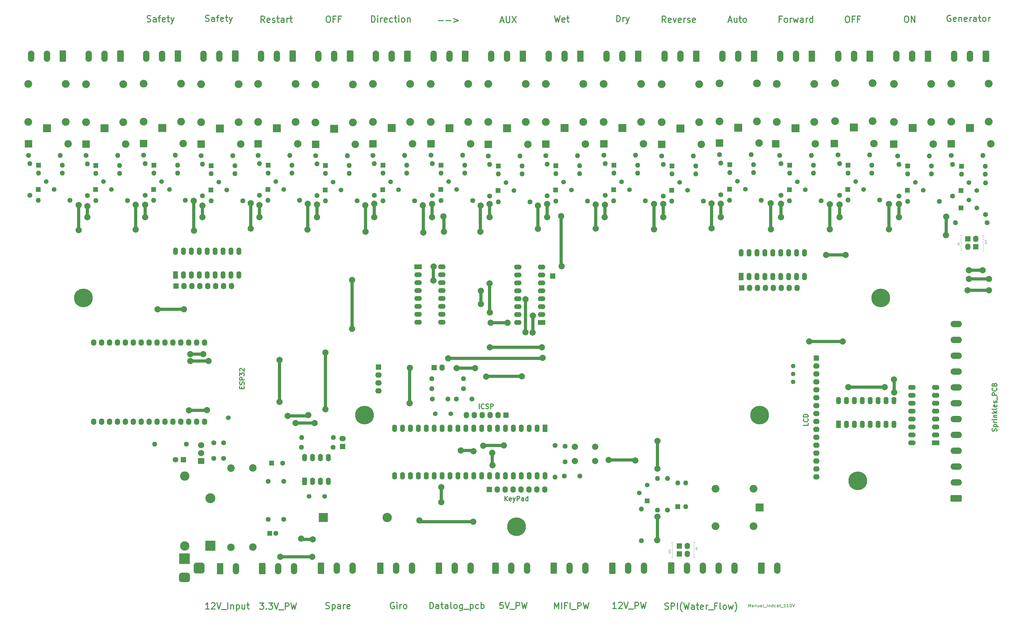
<source format=gbr>
%TF.GenerationSoftware,KiCad,Pcbnew,(5.1.6)-1*%
%TF.CreationDate,2020-12-15T19:54:29+02:00*%
%TF.ProjectId,ThePlatform_MothedahFarm,54686550-6c61-4746-966f-726d5f4d6f74,rev?*%
%TF.SameCoordinates,Original*%
%TF.FileFunction,Copper,L1,Top*%
%TF.FilePolarity,Positive*%
%FSLAX46Y46*%
G04 Gerber Fmt 4.6, Leading zero omitted, Abs format (unit mm)*
G04 Created by KiCad (PCBNEW (5.1.6)-1) date 2020-12-15 19:54:29*
%MOMM*%
%LPD*%
G01*
G04 APERTURE LIST*
%TA.AperFunction,NonConductor*%
%ADD10C,0.300000*%
%TD*%
%TA.AperFunction,NonConductor*%
%ADD11C,0.200000*%
%TD*%
%TA.AperFunction,NonConductor*%
%ADD12C,0.100000*%
%TD*%
%TA.AperFunction,ComponentPad*%
%ADD13O,2.080000X3.600000*%
%TD*%
%TA.AperFunction,ComponentPad*%
%ADD14R,2.500000X2.500000*%
%TD*%
%TA.AperFunction,ComponentPad*%
%ADD15O,2.500000X2.500000*%
%TD*%
%TA.AperFunction,ComponentPad*%
%ADD16C,1.500000*%
%TD*%
%TA.AperFunction,ComponentPad*%
%ADD17R,1.500000X1.500000*%
%TD*%
%TA.AperFunction,ComponentPad*%
%ADD18R,1.600000X2.400000*%
%TD*%
%TA.AperFunction,ComponentPad*%
%ADD19O,1.600000X2.400000*%
%TD*%
%TA.AperFunction,ComponentPad*%
%ADD20C,3.000000*%
%TD*%
%TA.AperFunction,ComponentPad*%
%ADD21R,3.000000X3.000000*%
%TD*%
%TA.AperFunction,ComponentPad*%
%ADD22R,1.700000X1.700000*%
%TD*%
%TA.AperFunction,ComponentPad*%
%ADD23O,1.700000X2.100000*%
%TD*%
%TA.AperFunction,ComponentPad*%
%ADD24R,2.400000X2.400000*%
%TD*%
%TA.AperFunction,ComponentPad*%
%ADD25O,2.400000X2.400000*%
%TD*%
%TA.AperFunction,ComponentPad*%
%ADD26O,1.600000X1.600000*%
%TD*%
%TA.AperFunction,ComponentPad*%
%ADD27C,1.600000*%
%TD*%
%TA.AperFunction,ComponentPad*%
%ADD28R,1.600000X1.600000*%
%TD*%
%TA.AperFunction,ComponentPad*%
%ADD29O,3.200000X3.200000*%
%TD*%
%TA.AperFunction,ComponentPad*%
%ADD30R,3.200000X3.200000*%
%TD*%
%TA.AperFunction,ComponentPad*%
%ADD31R,1.800000X1.800000*%
%TD*%
%TA.AperFunction,ComponentPad*%
%ADD32C,1.800000*%
%TD*%
%TA.AperFunction,ComponentPad*%
%ADD33R,3.500000X3.500000*%
%TD*%
%TA.AperFunction,ComponentPad*%
%ADD34O,3.600000X2.080000*%
%TD*%
%TA.AperFunction,ComponentPad*%
%ADD35C,2.400000*%
%TD*%
%TA.AperFunction,ComponentPad*%
%ADD36C,2.000000*%
%TD*%
%TA.AperFunction,ComponentPad*%
%ADD37R,2.000000X1.905000*%
%TD*%
%TA.AperFunction,ComponentPad*%
%ADD38O,2.000000X1.905000*%
%TD*%
%TA.AperFunction,ComponentPad*%
%ADD39O,2.400000X1.600000*%
%TD*%
%TA.AperFunction,ComponentPad*%
%ADD40R,2.400000X1.600000*%
%TD*%
%TA.AperFunction,ComponentPad*%
%ADD41O,2.100000X1.700000*%
%TD*%
%TA.AperFunction,ComponentPad*%
%ADD42C,1.440000*%
%TD*%
%TA.AperFunction,ComponentPad*%
%ADD43C,6.000000*%
%TD*%
%TA.AperFunction,ComponentPad*%
%ADD44C,1.524000*%
%TD*%
%TA.AperFunction,ViaPad*%
%ADD45C,2.000000*%
%TD*%
%TA.AperFunction,Conductor*%
%ADD46C,1.000000*%
%TD*%
G04 APERTURE END LIST*
D10*
X113488095Y-236934761D02*
X112345238Y-236934761D01*
X112916666Y-236934761D02*
X112916666Y-234934761D01*
X112726190Y-235220476D01*
X112535714Y-235410952D01*
X112345238Y-235506190D01*
X114250000Y-235125238D02*
X114345238Y-235030000D01*
X114535714Y-234934761D01*
X115011904Y-234934761D01*
X115202380Y-235030000D01*
X115297619Y-235125238D01*
X115392857Y-235315714D01*
X115392857Y-235506190D01*
X115297619Y-235791904D01*
X114154761Y-236934761D01*
X115392857Y-236934761D01*
X115964285Y-234934761D02*
X116630952Y-236934761D01*
X117297619Y-234934761D01*
X117488095Y-237125238D02*
X119011904Y-237125238D01*
X119488095Y-236934761D02*
X119488095Y-234934761D01*
X120440476Y-235601428D02*
X120440476Y-236934761D01*
X120440476Y-235791904D02*
X120535714Y-235696666D01*
X120726190Y-235601428D01*
X121011904Y-235601428D01*
X121202380Y-235696666D01*
X121297619Y-235887142D01*
X121297619Y-236934761D01*
X122250000Y-235601428D02*
X122250000Y-237601428D01*
X122250000Y-235696666D02*
X122440476Y-235601428D01*
X122821428Y-235601428D01*
X123011904Y-235696666D01*
X123107142Y-235791904D01*
X123202380Y-235982380D01*
X123202380Y-236553809D01*
X123107142Y-236744285D01*
X123011904Y-236839523D01*
X122821428Y-236934761D01*
X122440476Y-236934761D01*
X122250000Y-236839523D01*
X124916666Y-235601428D02*
X124916666Y-236934761D01*
X124059523Y-235601428D02*
X124059523Y-236649047D01*
X124154761Y-236839523D01*
X124345238Y-236934761D01*
X124630952Y-236934761D01*
X124821428Y-236839523D01*
X124916666Y-236744285D01*
X125583333Y-235601428D02*
X126345238Y-235601428D01*
X125869047Y-234934761D02*
X125869047Y-236649047D01*
X125964285Y-236839523D01*
X126154761Y-236934761D01*
X126345238Y-236934761D01*
X129742857Y-235014761D02*
X130980952Y-235014761D01*
X130314285Y-235776666D01*
X130600000Y-235776666D01*
X130790476Y-235871904D01*
X130885714Y-235967142D01*
X130980952Y-236157619D01*
X130980952Y-236633809D01*
X130885714Y-236824285D01*
X130790476Y-236919523D01*
X130600000Y-237014761D01*
X130028571Y-237014761D01*
X129838095Y-236919523D01*
X129742857Y-236824285D01*
X131838095Y-236824285D02*
X131933333Y-236919523D01*
X131838095Y-237014761D01*
X131742857Y-236919523D01*
X131838095Y-236824285D01*
X131838095Y-237014761D01*
X132600000Y-235014761D02*
X133838095Y-235014761D01*
X133171428Y-235776666D01*
X133457142Y-235776666D01*
X133647619Y-235871904D01*
X133742857Y-235967142D01*
X133838095Y-236157619D01*
X133838095Y-236633809D01*
X133742857Y-236824285D01*
X133647619Y-236919523D01*
X133457142Y-237014761D01*
X132885714Y-237014761D01*
X132695238Y-236919523D01*
X132600000Y-236824285D01*
X134409523Y-235014761D02*
X135076190Y-237014761D01*
X135742857Y-235014761D01*
X135933333Y-237205238D02*
X137457142Y-237205238D01*
X137933333Y-237014761D02*
X137933333Y-235014761D01*
X138695238Y-235014761D01*
X138885714Y-235110000D01*
X138980952Y-235205238D01*
X139076190Y-235395714D01*
X139076190Y-235681428D01*
X138980952Y-235871904D01*
X138885714Y-235967142D01*
X138695238Y-236062380D01*
X137933333Y-236062380D01*
X139742857Y-235014761D02*
X140219047Y-237014761D01*
X140600000Y-235586190D01*
X140980952Y-237014761D01*
X141457142Y-235014761D01*
X150962857Y-236759523D02*
X151248571Y-236854761D01*
X151724761Y-236854761D01*
X151915238Y-236759523D01*
X152010476Y-236664285D01*
X152105714Y-236473809D01*
X152105714Y-236283333D01*
X152010476Y-236092857D01*
X151915238Y-235997619D01*
X151724761Y-235902380D01*
X151343809Y-235807142D01*
X151153333Y-235711904D01*
X151058095Y-235616666D01*
X150962857Y-235426190D01*
X150962857Y-235235714D01*
X151058095Y-235045238D01*
X151153333Y-234950000D01*
X151343809Y-234854761D01*
X151820000Y-234854761D01*
X152105714Y-234950000D01*
X152962857Y-235521428D02*
X152962857Y-237521428D01*
X152962857Y-235616666D02*
X153153333Y-235521428D01*
X153534285Y-235521428D01*
X153724761Y-235616666D01*
X153820000Y-235711904D01*
X153915238Y-235902380D01*
X153915238Y-236473809D01*
X153820000Y-236664285D01*
X153724761Y-236759523D01*
X153534285Y-236854761D01*
X153153333Y-236854761D01*
X152962857Y-236759523D01*
X155629523Y-236854761D02*
X155629523Y-235807142D01*
X155534285Y-235616666D01*
X155343809Y-235521428D01*
X154962857Y-235521428D01*
X154772380Y-235616666D01*
X155629523Y-236759523D02*
X155439047Y-236854761D01*
X154962857Y-236854761D01*
X154772380Y-236759523D01*
X154677142Y-236569047D01*
X154677142Y-236378571D01*
X154772380Y-236188095D01*
X154962857Y-236092857D01*
X155439047Y-236092857D01*
X155629523Y-235997619D01*
X156581904Y-236854761D02*
X156581904Y-235521428D01*
X156581904Y-235902380D02*
X156677142Y-235711904D01*
X156772380Y-235616666D01*
X156962857Y-235521428D01*
X157153333Y-235521428D01*
X158581904Y-236759523D02*
X158391428Y-236854761D01*
X158010476Y-236854761D01*
X157820000Y-236759523D01*
X157724761Y-236569047D01*
X157724761Y-235807142D01*
X157820000Y-235616666D01*
X158010476Y-235521428D01*
X158391428Y-235521428D01*
X158581904Y-235616666D01*
X158677142Y-235807142D01*
X158677142Y-235997619D01*
X157724761Y-236188095D01*
X172773809Y-234950000D02*
X172583333Y-234854761D01*
X172297619Y-234854761D01*
X172011904Y-234950000D01*
X171821428Y-235140476D01*
X171726190Y-235330952D01*
X171630952Y-235711904D01*
X171630952Y-235997619D01*
X171726190Y-236378571D01*
X171821428Y-236569047D01*
X172011904Y-236759523D01*
X172297619Y-236854761D01*
X172488095Y-236854761D01*
X172773809Y-236759523D01*
X172869047Y-236664285D01*
X172869047Y-235997619D01*
X172488095Y-235997619D01*
X173726190Y-236854761D02*
X173726190Y-235521428D01*
X173726190Y-234854761D02*
X173630952Y-234950000D01*
X173726190Y-235045238D01*
X173821428Y-234950000D01*
X173726190Y-234854761D01*
X173726190Y-235045238D01*
X174678571Y-236854761D02*
X174678571Y-235521428D01*
X174678571Y-235902380D02*
X174773809Y-235711904D01*
X174869047Y-235616666D01*
X175059523Y-235521428D01*
X175250000Y-235521428D01*
X176202380Y-236854761D02*
X176011904Y-236759523D01*
X175916666Y-236664285D01*
X175821428Y-236473809D01*
X175821428Y-235902380D01*
X175916666Y-235711904D01*
X176011904Y-235616666D01*
X176202380Y-235521428D01*
X176488095Y-235521428D01*
X176678571Y-235616666D01*
X176773809Y-235711904D01*
X176869047Y-235902380D01*
X176869047Y-236473809D01*
X176773809Y-236664285D01*
X176678571Y-236759523D01*
X176488095Y-236854761D01*
X176202380Y-236854761D01*
X184283333Y-236814761D02*
X184283333Y-234814761D01*
X184759523Y-234814761D01*
X185045238Y-234910000D01*
X185235714Y-235100476D01*
X185330952Y-235290952D01*
X185426190Y-235671904D01*
X185426190Y-235957619D01*
X185330952Y-236338571D01*
X185235714Y-236529047D01*
X185045238Y-236719523D01*
X184759523Y-236814761D01*
X184283333Y-236814761D01*
X187140476Y-236814761D02*
X187140476Y-235767142D01*
X187045238Y-235576666D01*
X186854761Y-235481428D01*
X186473809Y-235481428D01*
X186283333Y-235576666D01*
X187140476Y-236719523D02*
X186950000Y-236814761D01*
X186473809Y-236814761D01*
X186283333Y-236719523D01*
X186188095Y-236529047D01*
X186188095Y-236338571D01*
X186283333Y-236148095D01*
X186473809Y-236052857D01*
X186950000Y-236052857D01*
X187140476Y-235957619D01*
X187807142Y-235481428D02*
X188569047Y-235481428D01*
X188092857Y-234814761D02*
X188092857Y-236529047D01*
X188188095Y-236719523D01*
X188378571Y-236814761D01*
X188569047Y-236814761D01*
X190092857Y-236814761D02*
X190092857Y-235767142D01*
X189997619Y-235576666D01*
X189807142Y-235481428D01*
X189426190Y-235481428D01*
X189235714Y-235576666D01*
X190092857Y-236719523D02*
X189902380Y-236814761D01*
X189426190Y-236814761D01*
X189235714Y-236719523D01*
X189140476Y-236529047D01*
X189140476Y-236338571D01*
X189235714Y-236148095D01*
X189426190Y-236052857D01*
X189902380Y-236052857D01*
X190092857Y-235957619D01*
X191330952Y-236814761D02*
X191140476Y-236719523D01*
X191045238Y-236529047D01*
X191045238Y-234814761D01*
X192378571Y-236814761D02*
X192188095Y-236719523D01*
X192092857Y-236624285D01*
X191997619Y-236433809D01*
X191997619Y-235862380D01*
X192092857Y-235671904D01*
X192188095Y-235576666D01*
X192378571Y-235481428D01*
X192664285Y-235481428D01*
X192854761Y-235576666D01*
X192950000Y-235671904D01*
X193045238Y-235862380D01*
X193045238Y-236433809D01*
X192950000Y-236624285D01*
X192854761Y-236719523D01*
X192664285Y-236814761D01*
X192378571Y-236814761D01*
X194759523Y-235481428D02*
X194759523Y-237100476D01*
X194664285Y-237290952D01*
X194569047Y-237386190D01*
X194378571Y-237481428D01*
X194092857Y-237481428D01*
X193902380Y-237386190D01*
X194759523Y-236719523D02*
X194569047Y-236814761D01*
X194188095Y-236814761D01*
X193997619Y-236719523D01*
X193902380Y-236624285D01*
X193807142Y-236433809D01*
X193807142Y-235862380D01*
X193902380Y-235671904D01*
X193997619Y-235576666D01*
X194188095Y-235481428D01*
X194569047Y-235481428D01*
X194759523Y-235576666D01*
X195235714Y-237005238D02*
X196759523Y-237005238D01*
X197235714Y-235481428D02*
X197235714Y-237481428D01*
X197235714Y-235576666D02*
X197426190Y-235481428D01*
X197807142Y-235481428D01*
X197997619Y-235576666D01*
X198092857Y-235671904D01*
X198188095Y-235862380D01*
X198188095Y-236433809D01*
X198092857Y-236624285D01*
X197997619Y-236719523D01*
X197807142Y-236814761D01*
X197426190Y-236814761D01*
X197235714Y-236719523D01*
X199902380Y-236719523D02*
X199711904Y-236814761D01*
X199330952Y-236814761D01*
X199140476Y-236719523D01*
X199045238Y-236624285D01*
X198950000Y-236433809D01*
X198950000Y-235862380D01*
X199045238Y-235671904D01*
X199140476Y-235576666D01*
X199330952Y-235481428D01*
X199711904Y-235481428D01*
X199902380Y-235576666D01*
X200759523Y-236814761D02*
X200759523Y-234814761D01*
X200759523Y-235576666D02*
X200950000Y-235481428D01*
X201330952Y-235481428D01*
X201521428Y-235576666D01*
X201616666Y-235671904D01*
X201711904Y-235862380D01*
X201711904Y-236433809D01*
X201616666Y-236624285D01*
X201521428Y-236719523D01*
X201330952Y-236814761D01*
X200950000Y-236814761D01*
X200759523Y-236719523D01*
X207774285Y-234814761D02*
X206821904Y-234814761D01*
X206726666Y-235767142D01*
X206821904Y-235671904D01*
X207012380Y-235576666D01*
X207488571Y-235576666D01*
X207679047Y-235671904D01*
X207774285Y-235767142D01*
X207869523Y-235957619D01*
X207869523Y-236433809D01*
X207774285Y-236624285D01*
X207679047Y-236719523D01*
X207488571Y-236814761D01*
X207012380Y-236814761D01*
X206821904Y-236719523D01*
X206726666Y-236624285D01*
X208440952Y-234814761D02*
X209107619Y-236814761D01*
X209774285Y-234814761D01*
X209964761Y-237005238D02*
X211488571Y-237005238D01*
X211964761Y-236814761D02*
X211964761Y-234814761D01*
X212726666Y-234814761D01*
X212917142Y-234910000D01*
X213012380Y-235005238D01*
X213107619Y-235195714D01*
X213107619Y-235481428D01*
X213012380Y-235671904D01*
X212917142Y-235767142D01*
X212726666Y-235862380D01*
X211964761Y-235862380D01*
X213774285Y-234814761D02*
X214250476Y-236814761D01*
X214631428Y-235386190D01*
X215012380Y-236814761D01*
X215488571Y-234814761D01*
X224299047Y-236914761D02*
X224299047Y-234914761D01*
X224965714Y-236343333D01*
X225632380Y-234914761D01*
X225632380Y-236914761D01*
X226584761Y-236914761D02*
X226584761Y-234914761D01*
X228203809Y-235867142D02*
X227537142Y-235867142D01*
X227537142Y-236914761D02*
X227537142Y-234914761D01*
X228489523Y-234914761D01*
X229251428Y-236914761D02*
X229251428Y-234914761D01*
X229727619Y-237105238D02*
X231251428Y-237105238D01*
X231727619Y-236914761D02*
X231727619Y-234914761D01*
X232489523Y-234914761D01*
X232680000Y-235010000D01*
X232775238Y-235105238D01*
X232870476Y-235295714D01*
X232870476Y-235581428D01*
X232775238Y-235771904D01*
X232680000Y-235867142D01*
X232489523Y-235962380D01*
X231727619Y-235962380D01*
X233537142Y-234914761D02*
X234013333Y-236914761D01*
X234394285Y-235486190D01*
X234775238Y-236914761D01*
X235251428Y-234914761D01*
X244117142Y-236784761D02*
X242974285Y-236784761D01*
X243545714Y-236784761D02*
X243545714Y-234784761D01*
X243355238Y-235070476D01*
X243164761Y-235260952D01*
X242974285Y-235356190D01*
X244879047Y-234975238D02*
X244974285Y-234880000D01*
X245164761Y-234784761D01*
X245640952Y-234784761D01*
X245831428Y-234880000D01*
X245926666Y-234975238D01*
X246021904Y-235165714D01*
X246021904Y-235356190D01*
X245926666Y-235641904D01*
X244783809Y-236784761D01*
X246021904Y-236784761D01*
X246593333Y-234784761D02*
X247260000Y-236784761D01*
X247926666Y-234784761D01*
X248117142Y-236975238D02*
X249640952Y-236975238D01*
X250117142Y-236784761D02*
X250117142Y-234784761D01*
X250879047Y-234784761D01*
X251069523Y-234880000D01*
X251164761Y-234975238D01*
X251260000Y-235165714D01*
X251260000Y-235451428D01*
X251164761Y-235641904D01*
X251069523Y-235737142D01*
X250879047Y-235832380D01*
X250117142Y-235832380D01*
X251926666Y-234784761D02*
X252402857Y-236784761D01*
X252783809Y-235356190D01*
X253164761Y-236784761D01*
X253640952Y-234784761D01*
X259698571Y-236919523D02*
X259984285Y-237014761D01*
X260460476Y-237014761D01*
X260650952Y-236919523D01*
X260746190Y-236824285D01*
X260841428Y-236633809D01*
X260841428Y-236443333D01*
X260746190Y-236252857D01*
X260650952Y-236157619D01*
X260460476Y-236062380D01*
X260079523Y-235967142D01*
X259889047Y-235871904D01*
X259793809Y-235776666D01*
X259698571Y-235586190D01*
X259698571Y-235395714D01*
X259793809Y-235205238D01*
X259889047Y-235110000D01*
X260079523Y-235014761D01*
X260555714Y-235014761D01*
X260841428Y-235110000D01*
X261698571Y-237014761D02*
X261698571Y-235014761D01*
X262460476Y-235014761D01*
X262650952Y-235110000D01*
X262746190Y-235205238D01*
X262841428Y-235395714D01*
X262841428Y-235681428D01*
X262746190Y-235871904D01*
X262650952Y-235967142D01*
X262460476Y-236062380D01*
X261698571Y-236062380D01*
X263698571Y-237014761D02*
X263698571Y-235014761D01*
X265222380Y-237776666D02*
X265127142Y-237681428D01*
X264936666Y-237395714D01*
X264841428Y-237205238D01*
X264746190Y-236919523D01*
X264650952Y-236443333D01*
X264650952Y-236062380D01*
X264746190Y-235586190D01*
X264841428Y-235300476D01*
X264936666Y-235110000D01*
X265127142Y-234824285D01*
X265222380Y-234729047D01*
X265793809Y-235014761D02*
X266270000Y-237014761D01*
X266650952Y-235586190D01*
X267031904Y-237014761D01*
X267508095Y-235014761D01*
X269127142Y-237014761D02*
X269127142Y-235967142D01*
X269031904Y-235776666D01*
X268841428Y-235681428D01*
X268460476Y-235681428D01*
X268270000Y-235776666D01*
X269127142Y-236919523D02*
X268936666Y-237014761D01*
X268460476Y-237014761D01*
X268270000Y-236919523D01*
X268174761Y-236729047D01*
X268174761Y-236538571D01*
X268270000Y-236348095D01*
X268460476Y-236252857D01*
X268936666Y-236252857D01*
X269127142Y-236157619D01*
X269793809Y-235681428D02*
X270555714Y-235681428D01*
X270079523Y-235014761D02*
X270079523Y-236729047D01*
X270174761Y-236919523D01*
X270365238Y-237014761D01*
X270555714Y-237014761D01*
X271984285Y-236919523D02*
X271793809Y-237014761D01*
X271412857Y-237014761D01*
X271222380Y-236919523D01*
X271127142Y-236729047D01*
X271127142Y-235967142D01*
X271222380Y-235776666D01*
X271412857Y-235681428D01*
X271793809Y-235681428D01*
X271984285Y-235776666D01*
X272079523Y-235967142D01*
X272079523Y-236157619D01*
X271127142Y-236348095D01*
X272936666Y-237014761D02*
X272936666Y-235681428D01*
X272936666Y-236062380D02*
X273031904Y-235871904D01*
X273127142Y-235776666D01*
X273317619Y-235681428D01*
X273508095Y-235681428D01*
X273698571Y-237205238D02*
X275222380Y-237205238D01*
X276365238Y-235967142D02*
X275698571Y-235967142D01*
X275698571Y-237014761D02*
X275698571Y-235014761D01*
X276650952Y-235014761D01*
X277698571Y-237014761D02*
X277508095Y-236919523D01*
X277412857Y-236729047D01*
X277412857Y-235014761D01*
X278746190Y-237014761D02*
X278555714Y-236919523D01*
X278460476Y-236824285D01*
X278365238Y-236633809D01*
X278365238Y-236062380D01*
X278460476Y-235871904D01*
X278555714Y-235776666D01*
X278746190Y-235681428D01*
X279031904Y-235681428D01*
X279222380Y-235776666D01*
X279317619Y-235871904D01*
X279412857Y-236062380D01*
X279412857Y-236633809D01*
X279317619Y-236824285D01*
X279222380Y-236919523D01*
X279031904Y-237014761D01*
X278746190Y-237014761D01*
X280079523Y-235681428D02*
X280460476Y-237014761D01*
X280841428Y-236062380D01*
X281222380Y-237014761D01*
X281603333Y-235681428D01*
X282174761Y-237776666D02*
X282270000Y-237681428D01*
X282460476Y-237395714D01*
X282555714Y-237205238D01*
X282650952Y-236919523D01*
X282746190Y-236443333D01*
X282746190Y-236062380D01*
X282650952Y-235586190D01*
X282555714Y-235300476D01*
X282460476Y-235110000D01*
X282270000Y-234824285D01*
X282174761Y-234729047D01*
D11*
X286496666Y-236322380D02*
X286496666Y-235322380D01*
X286830000Y-236036666D01*
X287163333Y-235322380D01*
X287163333Y-236322380D01*
X288068095Y-236322380D02*
X288068095Y-235798571D01*
X288020476Y-235703333D01*
X287925238Y-235655714D01*
X287734761Y-235655714D01*
X287639523Y-235703333D01*
X288068095Y-236274761D02*
X287972857Y-236322380D01*
X287734761Y-236322380D01*
X287639523Y-236274761D01*
X287591904Y-236179523D01*
X287591904Y-236084285D01*
X287639523Y-235989047D01*
X287734761Y-235941428D01*
X287972857Y-235941428D01*
X288068095Y-235893809D01*
X288544285Y-235655714D02*
X288544285Y-236322380D01*
X288544285Y-235750952D02*
X288591904Y-235703333D01*
X288687142Y-235655714D01*
X288830000Y-235655714D01*
X288925238Y-235703333D01*
X288972857Y-235798571D01*
X288972857Y-236322380D01*
X289877619Y-235655714D02*
X289877619Y-236322380D01*
X289449047Y-235655714D02*
X289449047Y-236179523D01*
X289496666Y-236274761D01*
X289591904Y-236322380D01*
X289734761Y-236322380D01*
X289830000Y-236274761D01*
X289877619Y-236227142D01*
X290782380Y-236322380D02*
X290782380Y-235798571D01*
X290734761Y-235703333D01*
X290639523Y-235655714D01*
X290449047Y-235655714D01*
X290353809Y-235703333D01*
X290782380Y-236274761D02*
X290687142Y-236322380D01*
X290449047Y-236322380D01*
X290353809Y-236274761D01*
X290306190Y-236179523D01*
X290306190Y-236084285D01*
X290353809Y-235989047D01*
X290449047Y-235941428D01*
X290687142Y-235941428D01*
X290782380Y-235893809D01*
X291401428Y-236322380D02*
X291306190Y-236274761D01*
X291258571Y-236179523D01*
X291258571Y-235322380D01*
X291544285Y-236417619D02*
X292306190Y-236417619D01*
X292544285Y-236322380D02*
X292544285Y-235322380D01*
X293020476Y-235655714D02*
X293020476Y-236322380D01*
X293020476Y-235750952D02*
X293068095Y-235703333D01*
X293163333Y-235655714D01*
X293306190Y-235655714D01*
X293401428Y-235703333D01*
X293449047Y-235798571D01*
X293449047Y-236322380D01*
X294353809Y-236322380D02*
X294353809Y-235322380D01*
X294353809Y-236274761D02*
X294258571Y-236322380D01*
X294068095Y-236322380D01*
X293972857Y-236274761D01*
X293925238Y-236227142D01*
X293877619Y-236131904D01*
X293877619Y-235846190D01*
X293925238Y-235750952D01*
X293972857Y-235703333D01*
X294068095Y-235655714D01*
X294258571Y-235655714D01*
X294353809Y-235703333D01*
X295258571Y-236274761D02*
X295163333Y-236322380D01*
X294972857Y-236322380D01*
X294877619Y-236274761D01*
X294830000Y-236227142D01*
X294782380Y-236131904D01*
X294782380Y-235846190D01*
X294830000Y-235750952D01*
X294877619Y-235703333D01*
X294972857Y-235655714D01*
X295163333Y-235655714D01*
X295258571Y-235703333D01*
X296115714Y-236322380D02*
X296115714Y-235798571D01*
X296068095Y-235703333D01*
X295972857Y-235655714D01*
X295782380Y-235655714D01*
X295687142Y-235703333D01*
X296115714Y-236274761D02*
X296020476Y-236322380D01*
X295782380Y-236322380D01*
X295687142Y-236274761D01*
X295639523Y-236179523D01*
X295639523Y-236084285D01*
X295687142Y-235989047D01*
X295782380Y-235941428D01*
X296020476Y-235941428D01*
X296115714Y-235893809D01*
X296449047Y-235655714D02*
X296830000Y-235655714D01*
X296591904Y-235322380D02*
X296591904Y-236179523D01*
X296639523Y-236274761D01*
X296734761Y-236322380D01*
X296830000Y-236322380D01*
X296925238Y-236417619D02*
X297687142Y-236417619D01*
X298449047Y-236322380D02*
X297877619Y-236322380D01*
X298163333Y-236322380D02*
X298163333Y-235322380D01*
X298068095Y-235465238D01*
X297972857Y-235560476D01*
X297877619Y-235608095D01*
X299401428Y-236322380D02*
X298830000Y-236322380D01*
X299115714Y-236322380D02*
X299115714Y-235322380D01*
X299020476Y-235465238D01*
X298925238Y-235560476D01*
X298830000Y-235608095D01*
X300020476Y-235322380D02*
X300115714Y-235322380D01*
X300210952Y-235370000D01*
X300258571Y-235417619D01*
X300306190Y-235512857D01*
X300353809Y-235703333D01*
X300353809Y-235941428D01*
X300306190Y-236131904D01*
X300258571Y-236227142D01*
X300210952Y-236274761D01*
X300115714Y-236322380D01*
X300020476Y-236322380D01*
X299925238Y-236274761D01*
X299877619Y-236227142D01*
X299830000Y-236131904D01*
X299782380Y-235941428D01*
X299782380Y-235703333D01*
X299830000Y-235512857D01*
X299877619Y-235417619D01*
X299925238Y-235370000D01*
X300020476Y-235322380D01*
X300639523Y-235322380D02*
X300972857Y-236322380D01*
X301306190Y-235322380D01*
D12*
X354312142Y-117015238D02*
X355026428Y-117015238D01*
X354669285Y-117372380D02*
X354669285Y-117753333D01*
X354669285Y-117991428D02*
X354669285Y-118372380D01*
X354669285Y-118610476D02*
X354669285Y-118991428D01*
X354669285Y-119229523D02*
X354669285Y-119610476D01*
X354669285Y-119848571D02*
X354669285Y-120229523D01*
X354669285Y-120467619D02*
X354669285Y-120848571D01*
X354669285Y-121086666D02*
X354669285Y-121467619D01*
X354312142Y-121824761D02*
X355026428Y-121824761D01*
X354128809Y-119705714D02*
X354128809Y-119467619D01*
X353890714Y-119443809D01*
X353914523Y-119467619D01*
X353938333Y-119515238D01*
X353938333Y-119634285D01*
X353914523Y-119681904D01*
X353890714Y-119705714D01*
X353843095Y-119729523D01*
X353724047Y-119729523D01*
X353676428Y-119705714D01*
X353652619Y-119681904D01*
X353628809Y-119634285D01*
X353628809Y-119515238D01*
X353652619Y-119467619D01*
X353676428Y-119443809D01*
X354128809Y-119872380D02*
X353628809Y-120039047D01*
X354128809Y-120205714D01*
X362127857Y-121954761D02*
X361413571Y-121954761D01*
X361770714Y-121597619D02*
X361770714Y-121216666D01*
X361770714Y-120978571D02*
X361770714Y-120597619D01*
X361770714Y-120359523D02*
X361770714Y-119978571D01*
X361770714Y-119740476D02*
X361770714Y-119359523D01*
X361770714Y-119121428D02*
X361770714Y-118740476D01*
X361770714Y-118502380D02*
X361770714Y-118121428D01*
X361770714Y-117883333D02*
X361770714Y-117502380D01*
X362127857Y-117145238D02*
X361413571Y-117145238D01*
X362811190Y-119478571D02*
X362811190Y-119764285D01*
X362811190Y-119621428D02*
X362311190Y-119621428D01*
X362382619Y-119669047D01*
X362430238Y-119716666D01*
X362454047Y-119764285D01*
X362358809Y-119288095D02*
X362335000Y-119264285D01*
X362311190Y-119216666D01*
X362311190Y-119097619D01*
X362335000Y-119050000D01*
X362358809Y-119026190D01*
X362406428Y-119002380D01*
X362454047Y-119002380D01*
X362525476Y-119026190D01*
X362811190Y-119311904D01*
X362811190Y-119002380D01*
X362311190Y-118859523D02*
X362811190Y-118692857D01*
X362311190Y-118526190D01*
X261652142Y-215625238D02*
X262366428Y-215625238D01*
X262009285Y-215982380D02*
X262009285Y-216363333D01*
X262009285Y-216601428D02*
X262009285Y-216982380D01*
X262009285Y-217220476D02*
X262009285Y-217601428D01*
X262009285Y-217839523D02*
X262009285Y-218220476D01*
X262009285Y-218458571D02*
X262009285Y-218839523D01*
X262009285Y-219077619D02*
X262009285Y-219458571D01*
X262009285Y-219696666D02*
X262009285Y-220077619D01*
X261652142Y-220434761D02*
X262366428Y-220434761D01*
X260968809Y-218101428D02*
X260968809Y-217815714D01*
X260968809Y-217958571D02*
X261468809Y-217958571D01*
X261397380Y-217910952D01*
X261349761Y-217863333D01*
X261325952Y-217815714D01*
X261421190Y-218291904D02*
X261445000Y-218315714D01*
X261468809Y-218363333D01*
X261468809Y-218482380D01*
X261445000Y-218530000D01*
X261421190Y-218553809D01*
X261373571Y-218577619D01*
X261325952Y-218577619D01*
X261254523Y-218553809D01*
X260968809Y-218268095D01*
X260968809Y-218577619D01*
X261468809Y-218720476D02*
X260968809Y-218887142D01*
X261468809Y-219053809D01*
X269387857Y-220284761D02*
X268673571Y-220284761D01*
X269030714Y-219927619D02*
X269030714Y-219546666D01*
X269030714Y-219308571D02*
X269030714Y-218927619D01*
X269030714Y-218689523D02*
X269030714Y-218308571D01*
X269030714Y-218070476D02*
X269030714Y-217689523D01*
X269030714Y-217451428D02*
X269030714Y-217070476D01*
X269030714Y-216832380D02*
X269030714Y-216451428D01*
X269030714Y-216213333D02*
X269030714Y-215832380D01*
X269387857Y-215475238D02*
X268673571Y-215475238D01*
X269571190Y-217594285D02*
X269571190Y-217832380D01*
X269809285Y-217856190D01*
X269785476Y-217832380D01*
X269761666Y-217784761D01*
X269761666Y-217665714D01*
X269785476Y-217618095D01*
X269809285Y-217594285D01*
X269856904Y-217570476D01*
X269975952Y-217570476D01*
X270023571Y-217594285D01*
X270047380Y-217618095D01*
X270071190Y-217665714D01*
X270071190Y-217784761D01*
X270047380Y-217832380D01*
X270023571Y-217856190D01*
X269571190Y-217427619D02*
X270071190Y-217260952D01*
X269571190Y-217094285D01*
D10*
X123972857Y-166244285D02*
X123972857Y-165744285D01*
X124758571Y-165530000D02*
X124758571Y-166244285D01*
X123258571Y-166244285D01*
X123258571Y-165530000D01*
X124687142Y-164958571D02*
X124758571Y-164744285D01*
X124758571Y-164387142D01*
X124687142Y-164244285D01*
X124615714Y-164172857D01*
X124472857Y-164101428D01*
X124330000Y-164101428D01*
X124187142Y-164172857D01*
X124115714Y-164244285D01*
X124044285Y-164387142D01*
X123972857Y-164672857D01*
X123901428Y-164815714D01*
X123830000Y-164887142D01*
X123687142Y-164958571D01*
X123544285Y-164958571D01*
X123401428Y-164887142D01*
X123330000Y-164815714D01*
X123258571Y-164672857D01*
X123258571Y-164315714D01*
X123330000Y-164101428D01*
X124758571Y-163458571D02*
X123258571Y-163458571D01*
X123258571Y-162887142D01*
X123330000Y-162744285D01*
X123401428Y-162672857D01*
X123544285Y-162601428D01*
X123758571Y-162601428D01*
X123901428Y-162672857D01*
X123972857Y-162744285D01*
X124044285Y-162887142D01*
X124044285Y-163458571D01*
X123258571Y-162101428D02*
X123258571Y-161172857D01*
X123830000Y-161672857D01*
X123830000Y-161458571D01*
X123901428Y-161315714D01*
X123972857Y-161244285D01*
X124115714Y-161172857D01*
X124472857Y-161172857D01*
X124615714Y-161244285D01*
X124687142Y-161315714D01*
X124758571Y-161458571D01*
X124758571Y-161887142D01*
X124687142Y-162030000D01*
X124615714Y-162101428D01*
X123401428Y-160601428D02*
X123330000Y-160530000D01*
X123258571Y-160387142D01*
X123258571Y-160030000D01*
X123330000Y-159887142D01*
X123401428Y-159815714D01*
X123544285Y-159744285D01*
X123687142Y-159744285D01*
X123901428Y-159815714D01*
X124758571Y-160672857D01*
X124758571Y-159744285D01*
X366087142Y-179918571D02*
X366158571Y-179704285D01*
X366158571Y-179347142D01*
X366087142Y-179204285D01*
X366015714Y-179132857D01*
X365872857Y-179061428D01*
X365730000Y-179061428D01*
X365587142Y-179132857D01*
X365515714Y-179204285D01*
X365444285Y-179347142D01*
X365372857Y-179632857D01*
X365301428Y-179775714D01*
X365230000Y-179847142D01*
X365087142Y-179918571D01*
X364944285Y-179918571D01*
X364801428Y-179847142D01*
X364730000Y-179775714D01*
X364658571Y-179632857D01*
X364658571Y-179275714D01*
X364730000Y-179061428D01*
X365158571Y-178418571D02*
X366658571Y-178418571D01*
X365230000Y-178418571D02*
X365158571Y-178275714D01*
X365158571Y-177990000D01*
X365230000Y-177847142D01*
X365301428Y-177775714D01*
X365444285Y-177704285D01*
X365872857Y-177704285D01*
X366015714Y-177775714D01*
X366087142Y-177847142D01*
X366158571Y-177990000D01*
X366158571Y-178275714D01*
X366087142Y-178418571D01*
X366158571Y-177061428D02*
X365158571Y-177061428D01*
X365444285Y-177061428D02*
X365301428Y-176990000D01*
X365230000Y-176918571D01*
X365158571Y-176775714D01*
X365158571Y-176632857D01*
X366158571Y-176132857D02*
X365158571Y-176132857D01*
X364658571Y-176132857D02*
X364730000Y-176204285D01*
X364801428Y-176132857D01*
X364730000Y-176061428D01*
X364658571Y-176132857D01*
X364801428Y-176132857D01*
X365158571Y-175418571D02*
X366158571Y-175418571D01*
X365301428Y-175418571D02*
X365230000Y-175347142D01*
X365158571Y-175204285D01*
X365158571Y-174990000D01*
X365230000Y-174847142D01*
X365372857Y-174775714D01*
X366158571Y-174775714D01*
X366158571Y-174061428D02*
X364658571Y-174061428D01*
X365587142Y-173918571D02*
X366158571Y-173490000D01*
X365158571Y-173490000D02*
X365730000Y-174061428D01*
X366158571Y-172632857D02*
X366087142Y-172775714D01*
X365944285Y-172847142D01*
X364658571Y-172847142D01*
X366087142Y-171490000D02*
X366158571Y-171632857D01*
X366158571Y-171918571D01*
X366087142Y-172061428D01*
X365944285Y-172132857D01*
X365372857Y-172132857D01*
X365230000Y-172061428D01*
X365158571Y-171918571D01*
X365158571Y-171632857D01*
X365230000Y-171490000D01*
X365372857Y-171418571D01*
X365515714Y-171418571D01*
X365658571Y-172132857D01*
X366087142Y-170847142D02*
X366158571Y-170704285D01*
X366158571Y-170418571D01*
X366087142Y-170275714D01*
X365944285Y-170204285D01*
X365872857Y-170204285D01*
X365730000Y-170275714D01*
X365658571Y-170418571D01*
X365658571Y-170632857D01*
X365587142Y-170775714D01*
X365444285Y-170847142D01*
X365372857Y-170847142D01*
X365230000Y-170775714D01*
X365158571Y-170632857D01*
X365158571Y-170418571D01*
X365230000Y-170275714D01*
X366301428Y-169918571D02*
X366301428Y-168775714D01*
X366158571Y-168418571D02*
X364658571Y-168418571D01*
X364658571Y-167847142D01*
X364730000Y-167704285D01*
X364801428Y-167632857D01*
X364944285Y-167561428D01*
X365158571Y-167561428D01*
X365301428Y-167632857D01*
X365372857Y-167704285D01*
X365444285Y-167847142D01*
X365444285Y-168418571D01*
X366015714Y-166061428D02*
X366087142Y-166132857D01*
X366158571Y-166347142D01*
X366158571Y-166490000D01*
X366087142Y-166704285D01*
X365944285Y-166847142D01*
X365801428Y-166918571D01*
X365515714Y-166990000D01*
X365301428Y-166990000D01*
X365015714Y-166918571D01*
X364872857Y-166847142D01*
X364730000Y-166704285D01*
X364658571Y-166490000D01*
X364658571Y-166347142D01*
X364730000Y-166132857D01*
X364801428Y-166061428D01*
X365372857Y-164918571D02*
X365444285Y-164704285D01*
X365515714Y-164632857D01*
X365658571Y-164561428D01*
X365872857Y-164561428D01*
X366015714Y-164632857D01*
X366087142Y-164704285D01*
X366158571Y-164847142D01*
X366158571Y-165418571D01*
X364658571Y-165418571D01*
X364658571Y-164918571D01*
X364730000Y-164775714D01*
X364801428Y-164704285D01*
X364944285Y-164632857D01*
X365087142Y-164632857D01*
X365230000Y-164704285D01*
X365301428Y-164775714D01*
X365372857Y-164918571D01*
X365372857Y-165418571D01*
X200115714Y-172658571D02*
X200115714Y-171158571D01*
X201687142Y-172515714D02*
X201615714Y-172587142D01*
X201401428Y-172658571D01*
X201258571Y-172658571D01*
X201044285Y-172587142D01*
X200901428Y-172444285D01*
X200830000Y-172301428D01*
X200758571Y-172015714D01*
X200758571Y-171801428D01*
X200830000Y-171515714D01*
X200901428Y-171372857D01*
X201044285Y-171230000D01*
X201258571Y-171158571D01*
X201401428Y-171158571D01*
X201615714Y-171230000D01*
X201687142Y-171301428D01*
X202258571Y-172587142D02*
X202472857Y-172658571D01*
X202830000Y-172658571D01*
X202972857Y-172587142D01*
X203044285Y-172515714D01*
X203115714Y-172372857D01*
X203115714Y-172230000D01*
X203044285Y-172087142D01*
X202972857Y-172015714D01*
X202830000Y-171944285D01*
X202544285Y-171872857D01*
X202401428Y-171801428D01*
X202330000Y-171730000D01*
X202258571Y-171587142D01*
X202258571Y-171444285D01*
X202330000Y-171301428D01*
X202401428Y-171230000D01*
X202544285Y-171158571D01*
X202901428Y-171158571D01*
X203115714Y-171230000D01*
X203758571Y-172658571D02*
X203758571Y-171158571D01*
X204330000Y-171158571D01*
X204472857Y-171230000D01*
X204544285Y-171301428D01*
X204615714Y-171444285D01*
X204615714Y-171658571D01*
X204544285Y-171801428D01*
X204472857Y-171872857D01*
X204330000Y-171944285D01*
X203758571Y-171944285D01*
X208335714Y-202268571D02*
X208335714Y-200768571D01*
X209192857Y-202268571D02*
X208550000Y-201411428D01*
X209192857Y-200768571D02*
X208335714Y-201625714D01*
X210407142Y-202197142D02*
X210264285Y-202268571D01*
X209978571Y-202268571D01*
X209835714Y-202197142D01*
X209764285Y-202054285D01*
X209764285Y-201482857D01*
X209835714Y-201340000D01*
X209978571Y-201268571D01*
X210264285Y-201268571D01*
X210407142Y-201340000D01*
X210478571Y-201482857D01*
X210478571Y-201625714D01*
X209764285Y-201768571D01*
X210978571Y-201268571D02*
X211335714Y-202268571D01*
X211692857Y-201268571D02*
X211335714Y-202268571D01*
X211192857Y-202625714D01*
X211121428Y-202697142D01*
X210978571Y-202768571D01*
X212264285Y-202268571D02*
X212264285Y-200768571D01*
X212835714Y-200768571D01*
X212978571Y-200840000D01*
X213050000Y-200911428D01*
X213121428Y-201054285D01*
X213121428Y-201268571D01*
X213050000Y-201411428D01*
X212978571Y-201482857D01*
X212835714Y-201554285D01*
X212264285Y-201554285D01*
X214407142Y-202268571D02*
X214407142Y-201482857D01*
X214335714Y-201340000D01*
X214192857Y-201268571D01*
X213907142Y-201268571D01*
X213764285Y-201340000D01*
X214407142Y-202197142D02*
X214264285Y-202268571D01*
X213907142Y-202268571D01*
X213764285Y-202197142D01*
X213692857Y-202054285D01*
X213692857Y-201911428D01*
X213764285Y-201768571D01*
X213907142Y-201697142D01*
X214264285Y-201697142D01*
X214407142Y-201625714D01*
X215764285Y-202268571D02*
X215764285Y-200768571D01*
X215764285Y-202197142D02*
X215621428Y-202268571D01*
X215335714Y-202268571D01*
X215192857Y-202197142D01*
X215121428Y-202125714D01*
X215050000Y-201982857D01*
X215050000Y-201554285D01*
X215121428Y-201411428D01*
X215192857Y-201340000D01*
X215335714Y-201268571D01*
X215621428Y-201268571D01*
X215764285Y-201340000D01*
X305628571Y-177315714D02*
X305628571Y-178030000D01*
X304128571Y-178030000D01*
X305485714Y-175958571D02*
X305557142Y-176030000D01*
X305628571Y-176244285D01*
X305628571Y-176387142D01*
X305557142Y-176601428D01*
X305414285Y-176744285D01*
X305271428Y-176815714D01*
X304985714Y-176887142D01*
X304771428Y-176887142D01*
X304485714Y-176815714D01*
X304342857Y-176744285D01*
X304200000Y-176601428D01*
X304128571Y-176387142D01*
X304128571Y-176244285D01*
X304200000Y-176030000D01*
X304271428Y-175958571D01*
X305628571Y-175315714D02*
X304128571Y-175315714D01*
X304128571Y-174958571D01*
X304200000Y-174744285D01*
X304342857Y-174601428D01*
X304485714Y-174530000D01*
X304771428Y-174458571D01*
X304985714Y-174458571D01*
X305271428Y-174530000D01*
X305414285Y-174601428D01*
X305557142Y-174744285D01*
X305628571Y-174958571D01*
X305628571Y-175315714D01*
X93631904Y-48469523D02*
X93917619Y-48564761D01*
X94393809Y-48564761D01*
X94584285Y-48469523D01*
X94679523Y-48374285D01*
X94774761Y-48183809D01*
X94774761Y-47993333D01*
X94679523Y-47802857D01*
X94584285Y-47707619D01*
X94393809Y-47612380D01*
X94012857Y-47517142D01*
X93822380Y-47421904D01*
X93727142Y-47326666D01*
X93631904Y-47136190D01*
X93631904Y-46945714D01*
X93727142Y-46755238D01*
X93822380Y-46660000D01*
X94012857Y-46564761D01*
X94489047Y-46564761D01*
X94774761Y-46660000D01*
X96489047Y-48564761D02*
X96489047Y-47517142D01*
X96393809Y-47326666D01*
X96203333Y-47231428D01*
X95822380Y-47231428D01*
X95631904Y-47326666D01*
X96489047Y-48469523D02*
X96298571Y-48564761D01*
X95822380Y-48564761D01*
X95631904Y-48469523D01*
X95536666Y-48279047D01*
X95536666Y-48088571D01*
X95631904Y-47898095D01*
X95822380Y-47802857D01*
X96298571Y-47802857D01*
X96489047Y-47707619D01*
X97155714Y-47231428D02*
X97917619Y-47231428D01*
X97441428Y-48564761D02*
X97441428Y-46850476D01*
X97536666Y-46660000D01*
X97727142Y-46564761D01*
X97917619Y-46564761D01*
X99346190Y-48469523D02*
X99155714Y-48564761D01*
X98774761Y-48564761D01*
X98584285Y-48469523D01*
X98489047Y-48279047D01*
X98489047Y-47517142D01*
X98584285Y-47326666D01*
X98774761Y-47231428D01*
X99155714Y-47231428D01*
X99346190Y-47326666D01*
X99441428Y-47517142D01*
X99441428Y-47707619D01*
X98489047Y-47898095D01*
X100012857Y-47231428D02*
X100774761Y-47231428D01*
X100298571Y-46564761D02*
X100298571Y-48279047D01*
X100393809Y-48469523D01*
X100584285Y-48564761D01*
X100774761Y-48564761D01*
X101250952Y-47231428D02*
X101727142Y-48564761D01*
X102203333Y-47231428D02*
X101727142Y-48564761D01*
X101536666Y-49040952D01*
X101441428Y-49136190D01*
X101250952Y-49231428D01*
X112341904Y-48339523D02*
X112627619Y-48434761D01*
X113103809Y-48434761D01*
X113294285Y-48339523D01*
X113389523Y-48244285D01*
X113484761Y-48053809D01*
X113484761Y-47863333D01*
X113389523Y-47672857D01*
X113294285Y-47577619D01*
X113103809Y-47482380D01*
X112722857Y-47387142D01*
X112532380Y-47291904D01*
X112437142Y-47196666D01*
X112341904Y-47006190D01*
X112341904Y-46815714D01*
X112437142Y-46625238D01*
X112532380Y-46530000D01*
X112722857Y-46434761D01*
X113199047Y-46434761D01*
X113484761Y-46530000D01*
X115199047Y-48434761D02*
X115199047Y-47387142D01*
X115103809Y-47196666D01*
X114913333Y-47101428D01*
X114532380Y-47101428D01*
X114341904Y-47196666D01*
X115199047Y-48339523D02*
X115008571Y-48434761D01*
X114532380Y-48434761D01*
X114341904Y-48339523D01*
X114246666Y-48149047D01*
X114246666Y-47958571D01*
X114341904Y-47768095D01*
X114532380Y-47672857D01*
X115008571Y-47672857D01*
X115199047Y-47577619D01*
X115865714Y-47101428D02*
X116627619Y-47101428D01*
X116151428Y-48434761D02*
X116151428Y-46720476D01*
X116246666Y-46530000D01*
X116437142Y-46434761D01*
X116627619Y-46434761D01*
X118056190Y-48339523D02*
X117865714Y-48434761D01*
X117484761Y-48434761D01*
X117294285Y-48339523D01*
X117199047Y-48149047D01*
X117199047Y-47387142D01*
X117294285Y-47196666D01*
X117484761Y-47101428D01*
X117865714Y-47101428D01*
X118056190Y-47196666D01*
X118151428Y-47387142D01*
X118151428Y-47577619D01*
X117199047Y-47768095D01*
X118722857Y-47101428D02*
X119484761Y-47101428D01*
X119008571Y-46434761D02*
X119008571Y-48149047D01*
X119103809Y-48339523D01*
X119294285Y-48434761D01*
X119484761Y-48434761D01*
X119960952Y-47101428D02*
X120437142Y-48434761D01*
X120913333Y-47101428D02*
X120437142Y-48434761D01*
X120246666Y-48910952D01*
X120151428Y-49006190D01*
X119960952Y-49101428D01*
X131295714Y-48734761D02*
X130629047Y-47782380D01*
X130152857Y-48734761D02*
X130152857Y-46734761D01*
X130914761Y-46734761D01*
X131105238Y-46830000D01*
X131200476Y-46925238D01*
X131295714Y-47115714D01*
X131295714Y-47401428D01*
X131200476Y-47591904D01*
X131105238Y-47687142D01*
X130914761Y-47782380D01*
X130152857Y-47782380D01*
X132914761Y-48639523D02*
X132724285Y-48734761D01*
X132343333Y-48734761D01*
X132152857Y-48639523D01*
X132057619Y-48449047D01*
X132057619Y-47687142D01*
X132152857Y-47496666D01*
X132343333Y-47401428D01*
X132724285Y-47401428D01*
X132914761Y-47496666D01*
X133010000Y-47687142D01*
X133010000Y-47877619D01*
X132057619Y-48068095D01*
X133771904Y-48639523D02*
X133962380Y-48734761D01*
X134343333Y-48734761D01*
X134533809Y-48639523D01*
X134629047Y-48449047D01*
X134629047Y-48353809D01*
X134533809Y-48163333D01*
X134343333Y-48068095D01*
X134057619Y-48068095D01*
X133867142Y-47972857D01*
X133771904Y-47782380D01*
X133771904Y-47687142D01*
X133867142Y-47496666D01*
X134057619Y-47401428D01*
X134343333Y-47401428D01*
X134533809Y-47496666D01*
X135200476Y-47401428D02*
X135962380Y-47401428D01*
X135486190Y-46734761D02*
X135486190Y-48449047D01*
X135581428Y-48639523D01*
X135771904Y-48734761D01*
X135962380Y-48734761D01*
X137486190Y-48734761D02*
X137486190Y-47687142D01*
X137390952Y-47496666D01*
X137200476Y-47401428D01*
X136819523Y-47401428D01*
X136629047Y-47496666D01*
X137486190Y-48639523D02*
X137295714Y-48734761D01*
X136819523Y-48734761D01*
X136629047Y-48639523D01*
X136533809Y-48449047D01*
X136533809Y-48258571D01*
X136629047Y-48068095D01*
X136819523Y-47972857D01*
X137295714Y-47972857D01*
X137486190Y-47877619D01*
X138438571Y-48734761D02*
X138438571Y-47401428D01*
X138438571Y-47782380D02*
X138533809Y-47591904D01*
X138629047Y-47496666D01*
X138819523Y-47401428D01*
X139010000Y-47401428D01*
X139390952Y-47401428D02*
X140152857Y-47401428D01*
X139676666Y-46734761D02*
X139676666Y-48449047D01*
X139771904Y-48639523D01*
X139962380Y-48734761D01*
X140152857Y-48734761D01*
X151545238Y-46734761D02*
X151926190Y-46734761D01*
X152116666Y-46830000D01*
X152307142Y-47020476D01*
X152402380Y-47401428D01*
X152402380Y-48068095D01*
X152307142Y-48449047D01*
X152116666Y-48639523D01*
X151926190Y-48734761D01*
X151545238Y-48734761D01*
X151354761Y-48639523D01*
X151164285Y-48449047D01*
X151069047Y-48068095D01*
X151069047Y-47401428D01*
X151164285Y-47020476D01*
X151354761Y-46830000D01*
X151545238Y-46734761D01*
X153926190Y-47687142D02*
X153259523Y-47687142D01*
X153259523Y-48734761D02*
X153259523Y-46734761D01*
X154211904Y-46734761D01*
X155640476Y-47687142D02*
X154973809Y-47687142D01*
X154973809Y-48734761D02*
X154973809Y-46734761D01*
X155926190Y-46734761D01*
X165579523Y-48644761D02*
X165579523Y-46644761D01*
X166055714Y-46644761D01*
X166341428Y-46740000D01*
X166531904Y-46930476D01*
X166627142Y-47120952D01*
X166722380Y-47501904D01*
X166722380Y-47787619D01*
X166627142Y-48168571D01*
X166531904Y-48359047D01*
X166341428Y-48549523D01*
X166055714Y-48644761D01*
X165579523Y-48644761D01*
X167579523Y-48644761D02*
X167579523Y-47311428D01*
X167579523Y-46644761D02*
X167484285Y-46740000D01*
X167579523Y-46835238D01*
X167674761Y-46740000D01*
X167579523Y-46644761D01*
X167579523Y-46835238D01*
X168531904Y-48644761D02*
X168531904Y-47311428D01*
X168531904Y-47692380D02*
X168627142Y-47501904D01*
X168722380Y-47406666D01*
X168912857Y-47311428D01*
X169103333Y-47311428D01*
X170531904Y-48549523D02*
X170341428Y-48644761D01*
X169960476Y-48644761D01*
X169770000Y-48549523D01*
X169674761Y-48359047D01*
X169674761Y-47597142D01*
X169770000Y-47406666D01*
X169960476Y-47311428D01*
X170341428Y-47311428D01*
X170531904Y-47406666D01*
X170627142Y-47597142D01*
X170627142Y-47787619D01*
X169674761Y-47978095D01*
X172341428Y-48549523D02*
X172150952Y-48644761D01*
X171770000Y-48644761D01*
X171579523Y-48549523D01*
X171484285Y-48454285D01*
X171389047Y-48263809D01*
X171389047Y-47692380D01*
X171484285Y-47501904D01*
X171579523Y-47406666D01*
X171770000Y-47311428D01*
X172150952Y-47311428D01*
X172341428Y-47406666D01*
X172912857Y-47311428D02*
X173674761Y-47311428D01*
X173198571Y-46644761D02*
X173198571Y-48359047D01*
X173293809Y-48549523D01*
X173484285Y-48644761D01*
X173674761Y-48644761D01*
X174341428Y-48644761D02*
X174341428Y-47311428D01*
X174341428Y-46644761D02*
X174246190Y-46740000D01*
X174341428Y-46835238D01*
X174436666Y-46740000D01*
X174341428Y-46644761D01*
X174341428Y-46835238D01*
X175579523Y-48644761D02*
X175389047Y-48549523D01*
X175293809Y-48454285D01*
X175198571Y-48263809D01*
X175198571Y-47692380D01*
X175293809Y-47501904D01*
X175389047Y-47406666D01*
X175579523Y-47311428D01*
X175865238Y-47311428D01*
X176055714Y-47406666D01*
X176150952Y-47501904D01*
X176246190Y-47692380D01*
X176246190Y-48263809D01*
X176150952Y-48454285D01*
X176055714Y-48549523D01*
X175865238Y-48644761D01*
X175579523Y-48644761D01*
X177103333Y-47311428D02*
X177103333Y-48644761D01*
X177103333Y-47501904D02*
X177198571Y-47406666D01*
X177389047Y-47311428D01*
X177674761Y-47311428D01*
X177865238Y-47406666D01*
X177960476Y-47597142D01*
X177960476Y-48644761D01*
X187021904Y-48122857D02*
X188545714Y-48122857D01*
X189498095Y-48122857D02*
X191021904Y-48122857D01*
X191974285Y-47551428D02*
X193498095Y-48122857D01*
X191974285Y-48694285D01*
X206963809Y-48233333D02*
X207916190Y-48233333D01*
X206773333Y-48804761D02*
X207440000Y-46804761D01*
X208106666Y-48804761D01*
X208773333Y-46804761D02*
X208773333Y-48423809D01*
X208868571Y-48614285D01*
X208963809Y-48709523D01*
X209154285Y-48804761D01*
X209535238Y-48804761D01*
X209725714Y-48709523D01*
X209820952Y-48614285D01*
X209916190Y-48423809D01*
X209916190Y-46804761D01*
X210678095Y-46804761D02*
X212011428Y-48804761D01*
X212011428Y-46804761D02*
X210678095Y-48804761D01*
X224314285Y-46634761D02*
X224790476Y-48634761D01*
X225171428Y-47206190D01*
X225552380Y-48634761D01*
X226028571Y-46634761D01*
X227552380Y-48539523D02*
X227361904Y-48634761D01*
X226980952Y-48634761D01*
X226790476Y-48539523D01*
X226695238Y-48349047D01*
X226695238Y-47587142D01*
X226790476Y-47396666D01*
X226980952Y-47301428D01*
X227361904Y-47301428D01*
X227552380Y-47396666D01*
X227647619Y-47587142D01*
X227647619Y-47777619D01*
X226695238Y-47968095D01*
X228219047Y-47301428D02*
X228980952Y-47301428D01*
X228504761Y-46634761D02*
X228504761Y-48349047D01*
X228600000Y-48539523D01*
X228790476Y-48634761D01*
X228980952Y-48634761D01*
X244225238Y-48504761D02*
X244225238Y-46504761D01*
X244701428Y-46504761D01*
X244987142Y-46600000D01*
X245177619Y-46790476D01*
X245272857Y-46980952D01*
X245368095Y-47361904D01*
X245368095Y-47647619D01*
X245272857Y-48028571D01*
X245177619Y-48219047D01*
X244987142Y-48409523D01*
X244701428Y-48504761D01*
X244225238Y-48504761D01*
X246225238Y-48504761D02*
X246225238Y-47171428D01*
X246225238Y-47552380D02*
X246320476Y-47361904D01*
X246415714Y-47266666D01*
X246606190Y-47171428D01*
X246796666Y-47171428D01*
X247272857Y-47171428D02*
X247749047Y-48504761D01*
X248225238Y-47171428D02*
X247749047Y-48504761D01*
X247558571Y-48980952D01*
X247463333Y-49076190D01*
X247272857Y-49171428D01*
X259987142Y-48744761D02*
X259320476Y-47792380D01*
X258844285Y-48744761D02*
X258844285Y-46744761D01*
X259606190Y-46744761D01*
X259796666Y-46840000D01*
X259891904Y-46935238D01*
X259987142Y-47125714D01*
X259987142Y-47411428D01*
X259891904Y-47601904D01*
X259796666Y-47697142D01*
X259606190Y-47792380D01*
X258844285Y-47792380D01*
X261606190Y-48649523D02*
X261415714Y-48744761D01*
X261034761Y-48744761D01*
X260844285Y-48649523D01*
X260749047Y-48459047D01*
X260749047Y-47697142D01*
X260844285Y-47506666D01*
X261034761Y-47411428D01*
X261415714Y-47411428D01*
X261606190Y-47506666D01*
X261701428Y-47697142D01*
X261701428Y-47887619D01*
X260749047Y-48078095D01*
X262368095Y-47411428D02*
X262844285Y-48744761D01*
X263320476Y-47411428D01*
X264844285Y-48649523D02*
X264653809Y-48744761D01*
X264272857Y-48744761D01*
X264082380Y-48649523D01*
X263987142Y-48459047D01*
X263987142Y-47697142D01*
X264082380Y-47506666D01*
X264272857Y-47411428D01*
X264653809Y-47411428D01*
X264844285Y-47506666D01*
X264939523Y-47697142D01*
X264939523Y-47887619D01*
X263987142Y-48078095D01*
X265796666Y-48744761D02*
X265796666Y-47411428D01*
X265796666Y-47792380D02*
X265891904Y-47601904D01*
X265987142Y-47506666D01*
X266177619Y-47411428D01*
X266368095Y-47411428D01*
X266939523Y-48649523D02*
X267130000Y-48744761D01*
X267510952Y-48744761D01*
X267701428Y-48649523D01*
X267796666Y-48459047D01*
X267796666Y-48363809D01*
X267701428Y-48173333D01*
X267510952Y-48078095D01*
X267225238Y-48078095D01*
X267034761Y-47982857D01*
X266939523Y-47792380D01*
X266939523Y-47697142D01*
X267034761Y-47506666D01*
X267225238Y-47411428D01*
X267510952Y-47411428D01*
X267701428Y-47506666D01*
X269415714Y-48649523D02*
X269225238Y-48744761D01*
X268844285Y-48744761D01*
X268653809Y-48649523D01*
X268558571Y-48459047D01*
X268558571Y-47697142D01*
X268653809Y-47506666D01*
X268844285Y-47411428D01*
X269225238Y-47411428D01*
X269415714Y-47506666D01*
X269510952Y-47697142D01*
X269510952Y-47887619D01*
X268558571Y-48078095D01*
X280112857Y-48133333D02*
X281065238Y-48133333D01*
X279922380Y-48704761D02*
X280589047Y-46704761D01*
X281255714Y-48704761D01*
X282779523Y-47371428D02*
X282779523Y-48704761D01*
X281922380Y-47371428D02*
X281922380Y-48419047D01*
X282017619Y-48609523D01*
X282208095Y-48704761D01*
X282493809Y-48704761D01*
X282684285Y-48609523D01*
X282779523Y-48514285D01*
X283446190Y-47371428D02*
X284208095Y-47371428D01*
X283731904Y-46704761D02*
X283731904Y-48419047D01*
X283827142Y-48609523D01*
X284017619Y-48704761D01*
X284208095Y-48704761D01*
X285160476Y-48704761D02*
X284970000Y-48609523D01*
X284874761Y-48514285D01*
X284779523Y-48323809D01*
X284779523Y-47752380D01*
X284874761Y-47561904D01*
X284970000Y-47466666D01*
X285160476Y-47371428D01*
X285446190Y-47371428D01*
X285636666Y-47466666D01*
X285731904Y-47561904D01*
X285827142Y-47752380D01*
X285827142Y-48323809D01*
X285731904Y-48514285D01*
X285636666Y-48609523D01*
X285446190Y-48704761D01*
X285160476Y-48704761D01*
X297025714Y-47677142D02*
X296359047Y-47677142D01*
X296359047Y-48724761D02*
X296359047Y-46724761D01*
X297311428Y-46724761D01*
X298359047Y-48724761D02*
X298168571Y-48629523D01*
X298073333Y-48534285D01*
X297978095Y-48343809D01*
X297978095Y-47772380D01*
X298073333Y-47581904D01*
X298168571Y-47486666D01*
X298359047Y-47391428D01*
X298644761Y-47391428D01*
X298835238Y-47486666D01*
X298930476Y-47581904D01*
X299025714Y-47772380D01*
X299025714Y-48343809D01*
X298930476Y-48534285D01*
X298835238Y-48629523D01*
X298644761Y-48724761D01*
X298359047Y-48724761D01*
X299882857Y-48724761D02*
X299882857Y-47391428D01*
X299882857Y-47772380D02*
X299978095Y-47581904D01*
X300073333Y-47486666D01*
X300263809Y-47391428D01*
X300454285Y-47391428D01*
X300930476Y-47391428D02*
X301311428Y-48724761D01*
X301692380Y-47772380D01*
X302073333Y-48724761D01*
X302454285Y-47391428D01*
X304073333Y-48724761D02*
X304073333Y-47677142D01*
X303978095Y-47486666D01*
X303787619Y-47391428D01*
X303406666Y-47391428D01*
X303216190Y-47486666D01*
X304073333Y-48629523D02*
X303882857Y-48724761D01*
X303406666Y-48724761D01*
X303216190Y-48629523D01*
X303120952Y-48439047D01*
X303120952Y-48248571D01*
X303216190Y-48058095D01*
X303406666Y-47962857D01*
X303882857Y-47962857D01*
X304073333Y-47867619D01*
X305025714Y-48724761D02*
X305025714Y-47391428D01*
X305025714Y-47772380D02*
X305120952Y-47581904D01*
X305216190Y-47486666D01*
X305406666Y-47391428D01*
X305597142Y-47391428D01*
X307120952Y-48724761D02*
X307120952Y-46724761D01*
X307120952Y-48629523D02*
X306930476Y-48724761D01*
X306549523Y-48724761D01*
X306359047Y-48629523D01*
X306263809Y-48534285D01*
X306168571Y-48343809D01*
X306168571Y-47772380D01*
X306263809Y-47581904D01*
X306359047Y-47486666D01*
X306549523Y-47391428D01*
X306930476Y-47391428D01*
X307120952Y-47486666D01*
X318065238Y-46754761D02*
X318446190Y-46754761D01*
X318636666Y-46850000D01*
X318827142Y-47040476D01*
X318922380Y-47421428D01*
X318922380Y-48088095D01*
X318827142Y-48469047D01*
X318636666Y-48659523D01*
X318446190Y-48754761D01*
X318065238Y-48754761D01*
X317874761Y-48659523D01*
X317684285Y-48469047D01*
X317589047Y-48088095D01*
X317589047Y-47421428D01*
X317684285Y-47040476D01*
X317874761Y-46850000D01*
X318065238Y-46754761D01*
X320446190Y-47707142D02*
X319779523Y-47707142D01*
X319779523Y-48754761D02*
X319779523Y-46754761D01*
X320731904Y-46754761D01*
X322160476Y-47707142D02*
X321493809Y-47707142D01*
X321493809Y-48754761D02*
X321493809Y-46754761D01*
X322446190Y-46754761D01*
X337031904Y-46714761D02*
X337412857Y-46714761D01*
X337603333Y-46810000D01*
X337793809Y-47000476D01*
X337889047Y-47381428D01*
X337889047Y-48048095D01*
X337793809Y-48429047D01*
X337603333Y-48619523D01*
X337412857Y-48714761D01*
X337031904Y-48714761D01*
X336841428Y-48619523D01*
X336650952Y-48429047D01*
X336555714Y-48048095D01*
X336555714Y-47381428D01*
X336650952Y-47000476D01*
X336841428Y-46810000D01*
X337031904Y-46714761D01*
X338746190Y-48714761D02*
X338746190Y-46714761D01*
X339889047Y-48714761D01*
X339889047Y-46714761D01*
X351335714Y-46540000D02*
X351145238Y-46444761D01*
X350859523Y-46444761D01*
X350573809Y-46540000D01*
X350383333Y-46730476D01*
X350288095Y-46920952D01*
X350192857Y-47301904D01*
X350192857Y-47587619D01*
X350288095Y-47968571D01*
X350383333Y-48159047D01*
X350573809Y-48349523D01*
X350859523Y-48444761D01*
X351050000Y-48444761D01*
X351335714Y-48349523D01*
X351430952Y-48254285D01*
X351430952Y-47587619D01*
X351050000Y-47587619D01*
X353050000Y-48349523D02*
X352859523Y-48444761D01*
X352478571Y-48444761D01*
X352288095Y-48349523D01*
X352192857Y-48159047D01*
X352192857Y-47397142D01*
X352288095Y-47206666D01*
X352478571Y-47111428D01*
X352859523Y-47111428D01*
X353050000Y-47206666D01*
X353145238Y-47397142D01*
X353145238Y-47587619D01*
X352192857Y-47778095D01*
X354002380Y-47111428D02*
X354002380Y-48444761D01*
X354002380Y-47301904D02*
X354097619Y-47206666D01*
X354288095Y-47111428D01*
X354573809Y-47111428D01*
X354764285Y-47206666D01*
X354859523Y-47397142D01*
X354859523Y-48444761D01*
X356573809Y-48349523D02*
X356383333Y-48444761D01*
X356002380Y-48444761D01*
X355811904Y-48349523D01*
X355716666Y-48159047D01*
X355716666Y-47397142D01*
X355811904Y-47206666D01*
X356002380Y-47111428D01*
X356383333Y-47111428D01*
X356573809Y-47206666D01*
X356669047Y-47397142D01*
X356669047Y-47587619D01*
X355716666Y-47778095D01*
X357526190Y-48444761D02*
X357526190Y-47111428D01*
X357526190Y-47492380D02*
X357621428Y-47301904D01*
X357716666Y-47206666D01*
X357907142Y-47111428D01*
X358097619Y-47111428D01*
X359621428Y-48444761D02*
X359621428Y-47397142D01*
X359526190Y-47206666D01*
X359335714Y-47111428D01*
X358954761Y-47111428D01*
X358764285Y-47206666D01*
X359621428Y-48349523D02*
X359430952Y-48444761D01*
X358954761Y-48444761D01*
X358764285Y-48349523D01*
X358669047Y-48159047D01*
X358669047Y-47968571D01*
X358764285Y-47778095D01*
X358954761Y-47682857D01*
X359430952Y-47682857D01*
X359621428Y-47587619D01*
X360288095Y-47111428D02*
X361050000Y-47111428D01*
X360573809Y-46444761D02*
X360573809Y-48159047D01*
X360669047Y-48349523D01*
X360859523Y-48444761D01*
X361050000Y-48444761D01*
X362002380Y-48444761D02*
X361811904Y-48349523D01*
X361716666Y-48254285D01*
X361621428Y-48063809D01*
X361621428Y-47492380D01*
X361716666Y-47301904D01*
X361811904Y-47206666D01*
X362002380Y-47111428D01*
X362288095Y-47111428D01*
X362478571Y-47206666D01*
X362573809Y-47301904D01*
X362669047Y-47492380D01*
X362669047Y-48063809D01*
X362573809Y-48254285D01*
X362478571Y-48349523D01*
X362288095Y-48444761D01*
X362002380Y-48444761D01*
X363526190Y-48444761D02*
X363526190Y-47111428D01*
X363526190Y-47492380D02*
X363621428Y-47301904D01*
X363716666Y-47206666D01*
X363907142Y-47111428D01*
X364097619Y-47111428D01*
D13*
%TO.P,J20,3*%
%TO.N,/5V*%
X234196920Y-223857280D03*
%TO.P,J20,2*%
%TO.N,Net-(J20-Pad2)*%
X229116920Y-223857280D03*
%TO.P,J20,1*%
%TO.N,/GND*%
%TA.AperFunction,ComponentPad*%
G36*
G01*
X222996920Y-225407281D02*
X222996920Y-222307279D01*
G75*
G02*
X223246919Y-222057280I249999J0D01*
G01*
X224826921Y-222057280D01*
G75*
G02*
X225076920Y-222307279I0J-249999D01*
G01*
X225076920Y-225407281D01*
G75*
G02*
X224826921Y-225657280I-249999J0D01*
G01*
X223246919Y-225657280D01*
G75*
G02*
X222996920Y-225407281I0J249999D01*
G01*
G37*
%TD.AperFunction*%
%TD*%
D14*
%TO.P,K18,1*%
%TO.N,/12V*%
X290092160Y-204375480D03*
D15*
%TO.P,K18,2*%
%TO.N,/N*%
X288092160Y-198375480D03*
%TO.P,K18,3*%
%TO.N,Net-(K18-Pad3)*%
X275892160Y-198375480D03*
%TO.P,K18,4*%
%TO.N,Net-(K18-Pad4)*%
X275892160Y-210375480D03*
%TO.P,K18,5*%
%TO.N,/110V*%
X288092160Y-210375480D03*
%TD*%
D16*
%TO.P,Q19,2*%
%TO.N,Net-(Q19-Pad2)*%
X251461300Y-199732360D03*
%TO.P,Q19,3*%
%TO.N,/LCD_BKL*%
X254001300Y-197192360D03*
D17*
%TO.P,Q19,1*%
%TO.N,/5V*%
X254001300Y-202272360D03*
%TD*%
%TO.P,J39,1*%
%TO.N,/GND*%
%TA.AperFunction,ComponentPad*%
G36*
G01*
X260657500Y-225364101D02*
X260657500Y-222264099D01*
G75*
G02*
X260907499Y-222014100I249999J0D01*
G01*
X262487501Y-222014100D01*
G75*
G02*
X262737500Y-222264099I0J-249999D01*
G01*
X262737500Y-225364101D01*
G75*
G02*
X262487501Y-225614100I-249999J0D01*
G01*
X260907499Y-225614100D01*
G75*
G02*
X260657500Y-225364101I0J249999D01*
G01*
G37*
%TD.AperFunction*%
D13*
%TO.P,J39,2*%
%TO.N,/jum*%
X266777500Y-223814100D03*
%TO.P,J39,3*%
%TO.N,/SCK*%
X271857500Y-223814100D03*
%TO.P,J39,4*%
%TO.N,/MISO*%
X276937500Y-223814100D03*
%TO.P,J39,5*%
%TO.N,/MOSI*%
X282017500Y-223814100D03*
%TD*%
D18*
%TO.P,U3,1*%
%TO.N,/SER_RELAYS*%
X221220060Y-178985640D03*
D19*
%TO.P,U3,21*%
%TO.N,/REL_15*%
X172960060Y-194225640D03*
%TO.P,U3,2*%
%TO.N,/EN_SR*%
X218680060Y-178985640D03*
%TO.P,U3,22*%
%TO.N,/RTC_SCL*%
X175500060Y-194225640D03*
%TO.P,U3,3*%
%TO.N,/RCLK_RELAYS*%
X216140060Y-178985640D03*
%TO.P,U3,23*%
%TO.N,/RTC_SDA*%
X178040060Y-194225640D03*
%TO.P,U3,4*%
%TO.N,/SCK_RELAYS*%
X213600060Y-178985640D03*
%TO.P,U3,24*%
%TO.N,/RCLK*%
X180580060Y-194225640D03*
%TO.P,U3,5*%
%TO.N,/Generator_Indicator*%
X211060060Y-178985640D03*
%TO.P,U3,25*%
%TO.N,/SRCLK*%
X183120060Y-194225640D03*
%TO.P,U3,6*%
%TO.N,/MOSI*%
X208520060Y-178985640D03*
%TO.P,U3,26*%
%TO.N,/SER*%
X185660060Y-194225640D03*
%TO.P,U3,7*%
%TO.N,/MISO*%
X205980060Y-178985640D03*
%TO.P,U3,27*%
%TO.N,/TX_logger*%
X188200060Y-194225640D03*
%TO.P,U3,8*%
%TO.N,/SCK*%
X203440060Y-178985640D03*
%TO.P,U3,28*%
%TO.N,/EN_BKL*%
X190740060Y-194225640D03*
%TO.P,U3,9*%
%TO.N,/RST*%
X200900060Y-178985640D03*
%TO.P,U3,29*%
%TO.N,/RX_logger*%
X193280060Y-194225640D03*
%TO.P,U3,10*%
%TO.N,/5V*%
X198360060Y-178985640D03*
%TO.P,U3,30*%
X195820060Y-194225640D03*
%TO.P,U3,11*%
%TO.N,/GND*%
X195820060Y-178985640D03*
%TO.P,U3,31*%
X198360060Y-194225640D03*
%TO.P,U3,12*%
%TO.N,Net-(C5-Pad1)*%
X193280060Y-178985640D03*
%TO.P,U3,32*%
%TO.N,Net-(U3-Pad32)*%
X200900060Y-194225640D03*
%TO.P,U3,13*%
%TO.N,Net-(C6-Pad1)*%
X190740060Y-178985640D03*
%TO.P,U3,33*%
%TO.N,/ROW1*%
X203440060Y-194225640D03*
%TO.P,U3,14*%
%TO.N,/RX-MCU*%
X188200060Y-178985640D03*
%TO.P,U3,34*%
%TO.N,/ROW2*%
X205980060Y-194225640D03*
%TO.P,U3,15*%
%TO.N,/TX_MCU*%
X185660060Y-178985640D03*
%TO.P,U3,35*%
%TO.N,/ROW3*%
X208520060Y-194225640D03*
%TO.P,U3,16*%
%TO.N,/TX_Giro*%
X183120060Y-178985640D03*
%TO.P,U3,36*%
%TO.N,/ROW4*%
X211060060Y-194225640D03*
%TO.P,U3,17*%
%TO.N,/RX_Giro*%
X180580060Y-178985640D03*
%TO.P,U3,37*%
%TO.N,/COL1*%
X213600060Y-194225640D03*
%TO.P,U3,18*%
%TO.N,/Manual_Indicator*%
X178040060Y-178985640D03*
%TO.P,U3,38*%
%TO.N,/COL2*%
X216140060Y-194225640D03*
%TO.P,U3,19*%
%TO.N,/BOOT*%
X175500060Y-178985640D03*
%TO.P,U3,39*%
%TO.N,/COL3*%
X218680060Y-194225640D03*
%TO.P,U3,20*%
%TO.N,/EN_ESP32*%
X172960060Y-178985640D03*
%TO.P,U3,40*%
%TO.N,/COL4*%
X221220060Y-194225640D03*
%TD*%
%TO.P,J27,1*%
%TO.N,/GND*%
%TA.AperFunction,ComponentPad*%
G36*
G01*
X129489360Y-225519041D02*
X129489360Y-222419039D01*
G75*
G02*
X129739359Y-222169040I249999J0D01*
G01*
X131319361Y-222169040D01*
G75*
G02*
X131569360Y-222419039I0J-249999D01*
G01*
X131569360Y-225519041D01*
G75*
G02*
X131319361Y-225769040I-249999J0D01*
G01*
X129739359Y-225769040D01*
G75*
G02*
X129489360Y-225519041I0J249999D01*
G01*
G37*
%TD.AperFunction*%
D13*
%TO.P,J27,2*%
%TO.N,Net-(J27-Pad2)*%
X135609360Y-223969040D03*
%TO.P,J27,3*%
%TO.N,/3.3V*%
X140689360Y-223969040D03*
%TD*%
%TO.P,J36,3*%
%TO.N,/12V*%
X159526000Y-223877600D03*
%TO.P,J36,2*%
%TO.N,/5V*%
X154446000Y-223877600D03*
%TO.P,J36,1*%
%TO.N,/GND*%
%TA.AperFunction,ComponentPad*%
G36*
G01*
X148326000Y-225427601D02*
X148326000Y-222327599D01*
G75*
G02*
X148575999Y-222077600I249999J0D01*
G01*
X150156001Y-222077600D01*
G75*
G02*
X150406000Y-222327599I0J-249999D01*
G01*
X150406000Y-225427601D01*
G75*
G02*
X150156001Y-225677600I-249999J0D01*
G01*
X148575999Y-225677600D01*
G75*
G02*
X148326000Y-225427601I0J249999D01*
G01*
G37*
%TD.AperFunction*%
%TD*%
%TO.P,J35,1*%
%TO.N,/RX_Giro*%
%TA.AperFunction,ComponentPad*%
G36*
G01*
X167376000Y-225427601D02*
X167376000Y-222327599D01*
G75*
G02*
X167625999Y-222077600I249999J0D01*
G01*
X169206001Y-222077600D01*
G75*
G02*
X169456000Y-222327599I0J-249999D01*
G01*
X169456000Y-225427601D01*
G75*
G02*
X169206001Y-225677600I-249999J0D01*
G01*
X167625999Y-225677600D01*
G75*
G02*
X167376000Y-225427601I0J249999D01*
G01*
G37*
%TD.AperFunction*%
%TO.P,J35,2*%
%TO.N,Net-(J35-Pad2)*%
X173496000Y-223877600D03*
%TO.P,J35,3*%
%TO.N,/TX_Giro*%
X178576000Y-223877600D03*
%TD*%
D20*
%TO.P,BT1,2*%
%TO.N,/GND*%
X170579900Y-207606360D03*
D21*
%TO.P,BT1,1*%
%TO.N,Net-(BT1-Pad1)*%
X150089900Y-207606360D03*
%TD*%
D18*
%TO.P,U25,1*%
%TO.N,Net-(U25-Pad1)*%
X144146300Y-195973160D03*
D19*
%TO.P,U25,5*%
%TO.N,/RTC_SDA*%
X151766300Y-188353160D03*
%TO.P,U25,2*%
%TO.N,Net-(U25-Pad2)*%
X146686300Y-195973160D03*
%TO.P,U25,6*%
%TO.N,/RTC_SCL*%
X149226300Y-188353160D03*
%TO.P,U25,3*%
%TO.N,Net-(BT1-Pad1)*%
X149226300Y-195973160D03*
%TO.P,U25,7*%
%TO.N,Net-(U25-Pad7)*%
X146686300Y-188353160D03*
%TO.P,U25,4*%
%TO.N,/GND*%
X151766300Y-195973160D03*
%TO.P,U25,8*%
%TO.N,/5V*%
X144146300Y-188353160D03*
%TD*%
D22*
%TO.P,J28,1*%
%TO.N,/JUM*%
X356873840Y-118157720D03*
D23*
%TO.P,J28,2*%
X359413840Y-118157720D03*
%TD*%
D18*
%TO.P,U24,1*%
%TO.N,/E*%
X315421040Y-177700400D03*
D19*
%TO.P,U24,9*%
%TO.N,Net-(U23-Pad14)*%
X333201040Y-170080400D03*
%TO.P,U24,2*%
%TO.N,/DB4*%
X317961040Y-177700400D03*
%TO.P,U24,10*%
%TO.N,/5V*%
X330661040Y-170080400D03*
%TO.P,U24,3*%
%TO.N,/DB5*%
X320501040Y-177700400D03*
%TO.P,U24,11*%
%TO.N,/SRCLK*%
X328121040Y-170080400D03*
%TO.P,U24,4*%
%TO.N,/DB6*%
X323041040Y-177700400D03*
%TO.P,U24,12*%
%TO.N,/RCLK*%
X325581040Y-170080400D03*
%TO.P,U24,5*%
%TO.N,/DB7*%
X325581040Y-177700400D03*
%TO.P,U24,13*%
%TO.N,/EN_SR*%
X323041040Y-170080400D03*
%TO.P,U24,6*%
%TO.N,Net-(U24-Pad6)*%
X328121040Y-177700400D03*
%TO.P,U24,14*%
%TO.N,/SER*%
X320501040Y-170080400D03*
%TO.P,U24,7*%
%TO.N,/REL_17*%
X330661040Y-177700400D03*
%TO.P,U24,15*%
%TO.N,/RS*%
X317961040Y-170080400D03*
%TO.P,U24,8*%
%TO.N,/GND*%
X333201040Y-177700400D03*
%TO.P,U24,16*%
%TO.N,/5V*%
X315421040Y-170080400D03*
%TD*%
D23*
%TO.P,U26,1*%
%TO.N,Net-(U26-Pad1)*%
X112030000Y-151420000D03*
%TO.P,U26,2*%
%TO.N,/GND*%
X109490000Y-151420000D03*
%TO.P,U26,3*%
%TO.N,Net-(U26-Pad3)*%
X106950000Y-151420000D03*
%TO.P,U26,4*%
%TO.N,Net-(U26-Pad4)*%
X104410000Y-151420000D03*
%TO.P,U26,5*%
%TO.N,Net-(U26-Pad5)*%
X101870000Y-151420000D03*
%TO.P,U26,6*%
%TO.N,/RX_ESP_2*%
X99330000Y-151420000D03*
%TO.P,U26,7*%
%TO.N,/TX_ESP_2*%
X96790000Y-151420000D03*
%TO.P,U26,8*%
%TO.N,Net-(U26-Pad8)*%
X94250000Y-151420000D03*
%TO.P,U26,9*%
%TO.N,Net-(U26-Pad9)*%
X91710000Y-151420000D03*
%TO.P,U26,10*%
%TO.N,Net-(U26-Pad10)*%
X89170000Y-151420000D03*
%TO.P,U26,11*%
%TO.N,Net-(U26-Pad11)*%
X86630000Y-151420000D03*
%TO.P,U26,12*%
%TO.N,/TX_MCU*%
X84090000Y-151420000D03*
%TO.P,U26,13*%
%TO.N,/RX-MCU*%
X81550000Y-151420000D03*
%TO.P,U26,14*%
%TO.N,Net-(U26-Pad14)*%
X79010000Y-151420000D03*
%TO.P,U26,15*%
%TO.N,Net-(U26-Pad15)*%
X76470000Y-151420000D03*
%TO.P,U26,16*%
%TO.N,/5V*%
X112030000Y-176820000D03*
%TO.P,U26,17*%
%TO.N,/GND*%
X109490000Y-176820000D03*
%TO.P,U26,18*%
%TO.N,Net-(U26-Pad18)*%
X106950000Y-176820000D03*
%TO.P,U26,19*%
%TO.N,Net-(U26-Pad19)*%
X104410000Y-176820000D03*
%TO.P,U26,20*%
%TO.N,Net-(U26-Pad20)*%
X101870000Y-176820000D03*
%TO.P,U26,21*%
%TO.N,Net-(U26-Pad21)*%
X99330000Y-176820000D03*
%TO.P,U26,22*%
%TO.N,Net-(U26-Pad22)*%
X96790000Y-176820000D03*
%TO.P,U26,23*%
%TO.N,Net-(U26-Pad23)*%
X94250000Y-176820000D03*
%TO.P,U26,24*%
%TO.N,Net-(U26-Pad24)*%
X91710000Y-176820000D03*
%TO.P,U26,25*%
%TO.N,Net-(U26-Pad25)*%
X89170000Y-176820000D03*
%TO.P,U26,26*%
%TO.N,Net-(U26-Pad26)*%
X86630000Y-176820000D03*
%TO.P,U26,27*%
%TO.N,Net-(U26-Pad27)*%
X84090000Y-176820000D03*
%TO.P,U26,28*%
%TO.N,Net-(U26-Pad28)*%
X81550000Y-176820000D03*
%TO.P,U26,29*%
%TO.N,Net-(U26-Pad29)*%
X79010000Y-176820000D03*
%TO.P,U26,30*%
%TO.N,/EN_ESP32*%
X76470000Y-176820000D03*
%TD*%
D14*
%TO.P,K5,1*%
%TO.N,/COM0*%
X357567260Y-82592640D03*
D15*
%TO.P,K5,2*%
%TO.N,Net-(D7-Pad2)*%
X363567260Y-80592640D03*
%TO.P,K5,3*%
%TO.N,/NO0*%
X363567260Y-68392640D03*
%TO.P,K5,4*%
%TO.N,/NC0*%
X351567260Y-68392640D03*
%TO.P,K5,5*%
%TO.N,/JUM*%
X351567260Y-80592640D03*
%TD*%
D24*
%TO.P,D3,1*%
%TO.N,/12V*%
X333107060Y-87786940D03*
D25*
%TO.P,D3,2*%
%TO.N,Net-(D3-Pad2)*%
X345807060Y-87786940D03*
%TD*%
%TO.P,J5,1*%
%TO.N,/NO1*%
%TA.AperFunction,ComponentPad*%
G36*
G01*
X345132560Y-58042939D02*
X345132560Y-61142941D01*
G75*
G02*
X344882561Y-61392940I-249999J0D01*
G01*
X343302559Y-61392940D01*
G75*
G02*
X343052560Y-61142941I0J249999D01*
G01*
X343052560Y-58042939D01*
G75*
G02*
X343302559Y-57792940I249999J0D01*
G01*
X344882561Y-57792940D01*
G75*
G02*
X345132560Y-58042939I0J-249999D01*
G01*
G37*
%TD.AperFunction*%
D13*
%TO.P,J5,2*%
%TO.N,/COM1*%
X339012560Y-59592940D03*
%TO.P,J5,3*%
%TO.N,/NC1*%
X333932560Y-59592940D03*
%TD*%
D26*
%TO.P,R6,2*%
%TO.N,Net-(R6-Pad2)*%
X334758060Y-94327440D03*
D27*
%TO.P,R6,1*%
%TO.N,/5V*%
X334758060Y-104487440D03*
%TD*%
%TO.P,R16,1*%
%TO.N,Net-(Q2-Pad2)*%
X347712060Y-106138440D03*
D26*
%TO.P,R16,2*%
%TO.N,/GND*%
X337552060Y-106138440D03*
%TD*%
D14*
%TO.P,K1,1*%
%TO.N,/COM1*%
X339139560Y-82643440D03*
D15*
%TO.P,K1,2*%
%TO.N,Net-(D3-Pad2)*%
X345139560Y-80643440D03*
%TO.P,K1,3*%
%TO.N,/NO1*%
X345139560Y-68443440D03*
%TO.P,K1,4*%
%TO.N,/NC1*%
X333139560Y-68443440D03*
%TO.P,K1,5*%
%TO.N,/12V*%
X333139560Y-80643440D03*
%TD*%
D16*
%TO.P,Q2,2*%
%TO.N,Net-(Q2-Pad2)*%
X340028560Y-100042440D03*
%TO.P,Q2,3*%
%TO.N,Net-(D3-Pad2)*%
X342568560Y-102582440D03*
D17*
%TO.P,Q2,1*%
%TO.N,/GND*%
X337488560Y-102582440D03*
%TD*%
D27*
%TO.P,R15,1*%
%TO.N,/12V*%
X334313560Y-91596940D03*
D26*
%TO.P,R15,2*%
%TO.N,Net-(R15-Pad2)*%
X344473560Y-91596940D03*
%TD*%
D28*
%TO.P,U4,1*%
%TO.N,Net-(R6-Pad2)*%
X337552060Y-94835440D03*
D26*
%TO.P,U4,3*%
%TO.N,Net-(Q2-Pad2)*%
X345172060Y-97375440D03*
%TO.P,U4,2*%
%TO.N,/REL_UL_1*%
X337552060Y-97375440D03*
%TO.P,U4,4*%
%TO.N,Net-(R15-Pad2)*%
X345172060Y-94835440D03*
%TD*%
D27*
%TO.P,C1,1*%
%TO.N,Net-(C1-Pad1)*%
X114946460Y-188584300D03*
%TO.P,C1,2*%
%TO.N,/GND*%
X114946460Y-183584300D03*
%TD*%
%TO.P,C2,2*%
%TO.N,/GND*%
X118096060Y-183584300D03*
%TO.P,C2,1*%
%TO.N,/5V*%
X118096060Y-188584300D03*
%TD*%
%TO.P,C3,1*%
%TO.N,Net-(C3-Pad1)*%
X132450000Y-208150000D03*
%TO.P,C3,2*%
%TO.N,/GND*%
X137450000Y-208150000D03*
%TD*%
%TO.P,C5,1*%
%TO.N,Net-(C5-Pad1)*%
X197750460Y-169562240D03*
%TO.P,C5,2*%
%TO.N,/GND*%
X192750460Y-169562240D03*
%TD*%
%TO.P,C6,2*%
%TO.N,/GND*%
X190075860Y-169562240D03*
%TO.P,C6,1*%
%TO.N,Net-(C6-Pad1)*%
X185075860Y-169562240D03*
%TD*%
%TO.P,C7,2*%
%TO.N,/RST*%
X227646260Y-184704440D03*
%TO.P,C7,1*%
%TO.N,/GND*%
X227646260Y-189704440D03*
%TD*%
%TO.P,C8,1*%
%TO.N,/5V*%
X227379560Y-194306920D03*
%TO.P,C8,2*%
%TO.N,/GND*%
X232379560Y-194306920D03*
%TD*%
%TO.P,C10,2*%
%TO.N,/GND*%
X137410000Y-195990000D03*
%TO.P,C10,1*%
%TO.N,/3.3V*%
X132410000Y-195990000D03*
%TD*%
D29*
%TO.P,D1,2*%
%TO.N,Net-(D1-Pad2)*%
X113879660Y-201411300D03*
D30*
%TO.P,D1,1*%
%TO.N,/12V*%
X113879660Y-216651300D03*
%TD*%
D31*
%TO.P,D2,1*%
%TO.N,/GND*%
X105269060Y-189016100D03*
D32*
%TO.P,D2,2*%
%TO.N,Net-(D2-Pad2)*%
X102729060Y-189016100D03*
%TD*%
D20*
%TO.P,F1,1*%
%TO.N,Net-(D1-Pad2)*%
X105675460Y-194248500D03*
%TO.P,F1,2*%
%TO.N,Net-(F1-Pad2)*%
X105675460Y-216748500D03*
%TD*%
D33*
%TO.P,J1,1*%
%TO.N,Net-(F1-Pad2)*%
X105573860Y-220816900D03*
%TO.P,J1,2*%
%TO.N,/GND*%
%TA.AperFunction,ComponentPad*%
G36*
G01*
X106573860Y-228316900D02*
X104573860Y-228316900D01*
G75*
G02*
X103823860Y-227566900I0J750000D01*
G01*
X103823860Y-226066900D01*
G75*
G02*
X104573860Y-225316900I750000J0D01*
G01*
X106573860Y-225316900D01*
G75*
G02*
X107323860Y-226066900I0J-750000D01*
G01*
X107323860Y-227566900D01*
G75*
G02*
X106573860Y-228316900I-750000J0D01*
G01*
G37*
%TD.AperFunction*%
%TO.P,J1,3*%
%TA.AperFunction,ComponentPad*%
G36*
G01*
X111148860Y-225566900D02*
X109398860Y-225566900D01*
G75*
G02*
X108523860Y-224691900I0J875000D01*
G01*
X108523860Y-222941900D01*
G75*
G02*
X109398860Y-222066900I875000J0D01*
G01*
X111148860Y-222066900D01*
G75*
G02*
X112023860Y-222941900I0J-875000D01*
G01*
X112023860Y-224691900D01*
G75*
G02*
X111148860Y-225566900I-875000J0D01*
G01*
G37*
%TD.AperFunction*%
%TD*%
D13*
%TO.P,J4,3*%
%TO.N,/NC0*%
X352512660Y-59605640D03*
%TO.P,J4,2*%
%TO.N,/COM0*%
X357592660Y-59605640D03*
%TO.P,J4,1*%
%TO.N,/NO0*%
%TA.AperFunction,ComponentPad*%
G36*
G01*
X363712660Y-58055639D02*
X363712660Y-61155641D01*
G75*
G02*
X363462661Y-61405640I-249999J0D01*
G01*
X361882659Y-61405640D01*
G75*
G02*
X361632660Y-61155641I0J249999D01*
G01*
X361632660Y-58055639D01*
G75*
G02*
X361882659Y-57805640I249999J0D01*
G01*
X363462661Y-57805640D01*
G75*
G02*
X363712660Y-58055639I0J-249999D01*
G01*
G37*
%TD.AperFunction*%
%TD*%
%TO.P,J6,3*%
%TO.N,/NC2*%
X315263560Y-59592940D03*
%TO.P,J6,2*%
%TO.N,/COM2*%
X320343560Y-59592940D03*
%TO.P,J6,1*%
%TO.N,/NO2*%
%TA.AperFunction,ComponentPad*%
G36*
G01*
X326463560Y-58042939D02*
X326463560Y-61142941D01*
G75*
G02*
X326213561Y-61392940I-249999J0D01*
G01*
X324633559Y-61392940D01*
G75*
G02*
X324383560Y-61142941I0J249999D01*
G01*
X324383560Y-58042939D01*
G75*
G02*
X324633559Y-57792940I249999J0D01*
G01*
X326213561Y-57792940D01*
G75*
G02*
X326463560Y-58042939I0J-249999D01*
G01*
G37*
%TD.AperFunction*%
%TD*%
%TO.P,J7,1*%
%TO.N,/NO3*%
%TA.AperFunction,ComponentPad*%
G36*
G01*
X307858060Y-58042939D02*
X307858060Y-61142941D01*
G75*
G02*
X307608061Y-61392940I-249999J0D01*
G01*
X306028059Y-61392940D01*
G75*
G02*
X305778060Y-61142941I0J249999D01*
G01*
X305778060Y-58042939D01*
G75*
G02*
X306028059Y-57792940I249999J0D01*
G01*
X307608061Y-57792940D01*
G75*
G02*
X307858060Y-58042939I0J-249999D01*
G01*
G37*
%TD.AperFunction*%
%TO.P,J7,2*%
%TO.N,/COM3*%
X301738060Y-59592940D03*
%TO.P,J7,3*%
%TO.N,/NC3*%
X296658060Y-59592940D03*
%TD*%
%TO.P,J8,3*%
%TO.N,/NC4*%
X278116060Y-59592940D03*
%TO.P,J8,2*%
%TO.N,/COM4*%
X283196060Y-59592940D03*
%TO.P,J8,1*%
%TO.N,/NO4*%
%TA.AperFunction,ComponentPad*%
G36*
G01*
X289316060Y-58042939D02*
X289316060Y-61142941D01*
G75*
G02*
X289066061Y-61392940I-249999J0D01*
G01*
X287486059Y-61392940D01*
G75*
G02*
X287236060Y-61142941I0J249999D01*
G01*
X287236060Y-58042939D01*
G75*
G02*
X287486059Y-57792940I249999J0D01*
G01*
X289066061Y-57792940D01*
G75*
G02*
X289316060Y-58042939I0J-249999D01*
G01*
G37*
%TD.AperFunction*%
%TD*%
%TO.P,J9,3*%
%TO.N,/NC5*%
X259574060Y-59592940D03*
%TO.P,J9,2*%
%TO.N,/COM5*%
X264654060Y-59592940D03*
%TO.P,J9,1*%
%TO.N,/NO5*%
%TA.AperFunction,ComponentPad*%
G36*
G01*
X270774060Y-58042939D02*
X270774060Y-61142941D01*
G75*
G02*
X270524061Y-61392940I-249999J0D01*
G01*
X268944059Y-61392940D01*
G75*
G02*
X268694060Y-61142941I0J249999D01*
G01*
X268694060Y-58042939D01*
G75*
G02*
X268944059Y-57792940I249999J0D01*
G01*
X270524061Y-57792940D01*
G75*
G02*
X270774060Y-58042939I0J-249999D01*
G01*
G37*
%TD.AperFunction*%
%TD*%
%TO.P,J10,1*%
%TO.N,/NO6*%
%TA.AperFunction,ComponentPad*%
G36*
G01*
X252168560Y-58042939D02*
X252168560Y-61142941D01*
G75*
G02*
X251918561Y-61392940I-249999J0D01*
G01*
X250338559Y-61392940D01*
G75*
G02*
X250088560Y-61142941I0J249999D01*
G01*
X250088560Y-58042939D01*
G75*
G02*
X250338559Y-57792940I249999J0D01*
G01*
X251918561Y-57792940D01*
G75*
G02*
X252168560Y-58042939I0J-249999D01*
G01*
G37*
%TD.AperFunction*%
%TO.P,J10,2*%
%TO.N,/COM6*%
X246048560Y-59592940D03*
%TO.P,J10,3*%
%TO.N,/NC6*%
X240968560Y-59592940D03*
%TD*%
%TO.P,J11,3*%
%TO.N,/NC7*%
X222426560Y-59592940D03*
%TO.P,J11,2*%
%TO.N,/COM7*%
X227506560Y-59592940D03*
%TO.P,J11,1*%
%TO.N,/NO7*%
%TA.AperFunction,ComponentPad*%
G36*
G01*
X233626560Y-58042939D02*
X233626560Y-61142941D01*
G75*
G02*
X233376561Y-61392940I-249999J0D01*
G01*
X231796559Y-61392940D01*
G75*
G02*
X231546560Y-61142941I0J249999D01*
G01*
X231546560Y-58042939D01*
G75*
G02*
X231796559Y-57792940I249999J0D01*
G01*
X233376561Y-57792940D01*
G75*
G02*
X233626560Y-58042939I0J-249999D01*
G01*
G37*
%TD.AperFunction*%
%TD*%
%TO.P,J12,3*%
%TO.N,/NC8*%
X203948060Y-59592940D03*
%TO.P,J12,2*%
%TO.N,/COM8*%
X209028060Y-59592940D03*
%TO.P,J12,1*%
%TO.N,/NO8*%
%TA.AperFunction,ComponentPad*%
G36*
G01*
X215148060Y-58042939D02*
X215148060Y-61142941D01*
G75*
G02*
X214898061Y-61392940I-249999J0D01*
G01*
X213318059Y-61392940D01*
G75*
G02*
X213068060Y-61142941I0J249999D01*
G01*
X213068060Y-58042939D01*
G75*
G02*
X213318059Y-57792940I249999J0D01*
G01*
X214898061Y-57792940D01*
G75*
G02*
X215148060Y-58042939I0J-249999D01*
G01*
G37*
%TD.AperFunction*%
%TD*%
%TO.P,J13,1*%
%TO.N,/NO9*%
%TA.AperFunction,ComponentPad*%
G36*
G01*
X196669560Y-58042939D02*
X196669560Y-61142941D01*
G75*
G02*
X196419561Y-61392940I-249999J0D01*
G01*
X194839559Y-61392940D01*
G75*
G02*
X194589560Y-61142941I0J249999D01*
G01*
X194589560Y-58042939D01*
G75*
G02*
X194839559Y-57792940I249999J0D01*
G01*
X196419561Y-57792940D01*
G75*
G02*
X196669560Y-58042939I0J-249999D01*
G01*
G37*
%TD.AperFunction*%
%TO.P,J13,2*%
%TO.N,/COM9*%
X190549560Y-59592940D03*
%TO.P,J13,3*%
%TO.N,/NC9*%
X185469560Y-59592940D03*
%TD*%
%TO.P,J14,3*%
%TO.N,/NC10*%
X166927560Y-59592940D03*
%TO.P,J14,2*%
%TO.N,/COM10*%
X172007560Y-59592940D03*
%TO.P,J14,1*%
%TO.N,/NO10*%
%TA.AperFunction,ComponentPad*%
G36*
G01*
X178127560Y-58042939D02*
X178127560Y-61142941D01*
G75*
G02*
X177877561Y-61392940I-249999J0D01*
G01*
X176297559Y-61392940D01*
G75*
G02*
X176047560Y-61142941I0J249999D01*
G01*
X176047560Y-58042939D01*
G75*
G02*
X176297559Y-57792940I249999J0D01*
G01*
X177877561Y-57792940D01*
G75*
G02*
X178127560Y-58042939I0J-249999D01*
G01*
G37*
%TD.AperFunction*%
%TD*%
%TO.P,J15,1*%
%TO.N,/NO11*%
%TA.AperFunction,ComponentPad*%
G36*
G01*
X159737960Y-58004839D02*
X159737960Y-61104841D01*
G75*
G02*
X159487961Y-61354840I-249999J0D01*
G01*
X157907959Y-61354840D01*
G75*
G02*
X157657960Y-61104841I0J249999D01*
G01*
X157657960Y-58004839D01*
G75*
G02*
X157907959Y-57754840I249999J0D01*
G01*
X159487961Y-57754840D01*
G75*
G02*
X159737960Y-58004839I0J-249999D01*
G01*
G37*
%TD.AperFunction*%
%TO.P,J15,2*%
%TO.N,/COM11*%
X153617960Y-59554840D03*
%TO.P,J15,3*%
%TO.N,/NC11*%
X148537960Y-59554840D03*
%TD*%
%TO.P,J16,1*%
%TO.N,/NO12*%
%TA.AperFunction,ComponentPad*%
G36*
G01*
X141322960Y-58004839D02*
X141322960Y-61104841D01*
G75*
G02*
X141072961Y-61354840I-249999J0D01*
G01*
X139492959Y-61354840D01*
G75*
G02*
X139242960Y-61104841I0J249999D01*
G01*
X139242960Y-58004839D01*
G75*
G02*
X139492959Y-57754840I249999J0D01*
G01*
X141072961Y-57754840D01*
G75*
G02*
X141322960Y-58004839I0J-249999D01*
G01*
G37*
%TD.AperFunction*%
%TO.P,J16,2*%
%TO.N,/COM12*%
X135202960Y-59554840D03*
%TO.P,J16,3*%
%TO.N,/NC12*%
X130122960Y-59554840D03*
%TD*%
%TO.P,J17,3*%
%TO.N,/NC13*%
X111720660Y-59542140D03*
%TO.P,J17,2*%
%TO.N,/COM13*%
X116800660Y-59542140D03*
%TO.P,J17,1*%
%TO.N,/NO13*%
%TA.AperFunction,ComponentPad*%
G36*
G01*
X122920660Y-57992139D02*
X122920660Y-61092141D01*
G75*
G02*
X122670661Y-61342140I-249999J0D01*
G01*
X121090659Y-61342140D01*
G75*
G02*
X120840660Y-61092141I0J249999D01*
G01*
X120840660Y-57992139D01*
G75*
G02*
X121090659Y-57742140I249999J0D01*
G01*
X122670661Y-57742140D01*
G75*
G02*
X122920660Y-57992139I0J-249999D01*
G01*
G37*
%TD.AperFunction*%
%TD*%
%TO.P,J18,1*%
%TO.N,/NO14*%
%TA.AperFunction,ComponentPad*%
G36*
G01*
X104505660Y-58004839D02*
X104505660Y-61104841D01*
G75*
G02*
X104255661Y-61354840I-249999J0D01*
G01*
X102675659Y-61354840D01*
G75*
G02*
X102425660Y-61104841I0J249999D01*
G01*
X102425660Y-58004839D01*
G75*
G02*
X102675659Y-57754840I249999J0D01*
G01*
X104255661Y-57754840D01*
G75*
G02*
X104505660Y-58004839I0J-249999D01*
G01*
G37*
%TD.AperFunction*%
%TO.P,J18,2*%
%TO.N,/COM14*%
X98385660Y-59554840D03*
%TO.P,J18,3*%
%TO.N,/NC14*%
X93305660Y-59554840D03*
%TD*%
%TO.P,J19,3*%
%TO.N,/NC15*%
X74890660Y-59554840D03*
%TO.P,J19,2*%
%TO.N,/COM15*%
X79970660Y-59554840D03*
%TO.P,J19,1*%
%TO.N,/NO15*%
%TA.AperFunction,ComponentPad*%
G36*
G01*
X86090660Y-58004839D02*
X86090660Y-61104841D01*
G75*
G02*
X85840661Y-61354840I-249999J0D01*
G01*
X84260659Y-61354840D01*
G75*
G02*
X84010660Y-61104841I0J249999D01*
G01*
X84010660Y-58004839D01*
G75*
G02*
X84260659Y-57754840I249999J0D01*
G01*
X85840661Y-57754840D01*
G75*
G02*
X86090660Y-58004839I0J-249999D01*
G01*
G37*
%TD.AperFunction*%
%TD*%
%TO.P,J21,1*%
%TO.N,/REL_17*%
%TA.AperFunction,ComponentPad*%
G36*
G01*
X354659561Y-202479240D02*
X351559559Y-202479240D01*
G75*
G02*
X351309560Y-202229241I0J249999D01*
G01*
X351309560Y-200649239D01*
G75*
G02*
X351559559Y-200399240I249999J0D01*
G01*
X354659561Y-200399240D01*
G75*
G02*
X354909560Y-200649239I0J-249999D01*
G01*
X354909560Y-202229241D01*
G75*
G02*
X354659561Y-202479240I-249999J0D01*
G01*
G37*
%TD.AperFunction*%
D34*
%TO.P,J21,2*%
%TO.N,/REL_18*%
X353109560Y-196359240D03*
%TO.P,J21,3*%
%TO.N,/REL_19*%
X353109560Y-191279240D03*
%TO.P,J21,4*%
%TO.N,/REL_20*%
X353109560Y-186199240D03*
%TO.P,J21,5*%
%TO.N,/REL_21*%
X353109560Y-181119240D03*
%TO.P,J21,6*%
%TO.N,/REL_22*%
X353109560Y-176039240D03*
%TO.P,J21,7*%
%TO.N,/REL_23*%
X353109560Y-170959240D03*
%TO.P,J21,8*%
%TO.N,/REL_24*%
X353109560Y-165879240D03*
%TO.P,J21,9*%
%TO.N,/REL_25*%
X353109560Y-160799240D03*
%TO.P,J21,10*%
%TO.N,Net-(J21-Pad10)*%
X353109560Y-155719240D03*
%TO.P,J21,11*%
%TO.N,/12V*%
X353109560Y-150639240D03*
%TO.P,J21,12*%
%TO.N,/GND*%
X353109560Y-145559240D03*
%TD*%
%TO.P,J22,1*%
%TO.N,/NO16*%
%TA.AperFunction,ComponentPad*%
G36*
G01*
X67586760Y-57992139D02*
X67586760Y-61092141D01*
G75*
G02*
X67336761Y-61342140I-249999J0D01*
G01*
X65756759Y-61342140D01*
G75*
G02*
X65506760Y-61092141I0J249999D01*
G01*
X65506760Y-57992139D01*
G75*
G02*
X65756759Y-57742140I249999J0D01*
G01*
X67336761Y-57742140D01*
G75*
G02*
X67586760Y-57992139I0J-249999D01*
G01*
G37*
%TD.AperFunction*%
D13*
%TO.P,J22,2*%
%TO.N,/COM16*%
X61466760Y-59542140D03*
%TO.P,J22,3*%
%TO.N,/NC16*%
X56386760Y-59542140D03*
%TD*%
%TO.P,J23,3*%
%TO.N,/12V*%
X252998000Y-223877600D03*
%TO.P,J23,2*%
%TO.N,Net-(J23-Pad2)*%
X247918000Y-223877600D03*
%TO.P,J23,1*%
%TO.N,/GND*%
%TA.AperFunction,ComponentPad*%
G36*
G01*
X241798000Y-225427601D02*
X241798000Y-222327599D01*
G75*
G02*
X242047999Y-222077600I249999J0D01*
G01*
X243628001Y-222077600D01*
G75*
G02*
X243878000Y-222327599I0J-249999D01*
G01*
X243878000Y-225427601D01*
G75*
G02*
X243628001Y-225677600I-249999J0D01*
G01*
X242047999Y-225677600D01*
G75*
G02*
X241798000Y-225427601I0J249999D01*
G01*
G37*
%TD.AperFunction*%
%TD*%
%TO.P,J24,1*%
%TO.N,/TX_logger*%
%TA.AperFunction,ComponentPad*%
G36*
G01*
X186154220Y-225427601D02*
X186154220Y-222327599D01*
G75*
G02*
X186404219Y-222077600I249999J0D01*
G01*
X187984221Y-222077600D01*
G75*
G02*
X188234220Y-222327599I0J-249999D01*
G01*
X188234220Y-225427601D01*
G75*
G02*
X187984221Y-225677600I-249999J0D01*
G01*
X186404219Y-225677600D01*
G75*
G02*
X186154220Y-225427601I0J249999D01*
G01*
G37*
%TD.AperFunction*%
%TO.P,J24,2*%
%TO.N,Net-(J24-Pad2)*%
X192274220Y-223877600D03*
%TO.P,J24,3*%
%TO.N,/RX_logger*%
X197354220Y-223877600D03*
%TD*%
%TO.P,J25,1*%
%TO.N,/GND*%
%TA.AperFunction,ComponentPad*%
G36*
G01*
X204317760Y-225402201D02*
X204317760Y-222302199D01*
G75*
G02*
X204567759Y-222052200I249999J0D01*
G01*
X206147761Y-222052200D01*
G75*
G02*
X206397760Y-222302199I0J-249999D01*
G01*
X206397760Y-225402201D01*
G75*
G02*
X206147761Y-225652200I-249999J0D01*
G01*
X204567759Y-225652200D01*
G75*
G02*
X204317760Y-225402201I0J249999D01*
G01*
G37*
%TD.AperFunction*%
%TO.P,J25,2*%
%TO.N,Net-(J25-Pad2)*%
X210437760Y-223852200D03*
%TO.P,J25,3*%
%TO.N,/5V*%
X215517760Y-223852200D03*
%TD*%
D14*
%TO.P,K2,1*%
%TO.N,/COM2*%
X320280060Y-82452940D03*
D15*
%TO.P,K2,2*%
%TO.N,Net-(D4-Pad2)*%
X326280060Y-80452940D03*
%TO.P,K2,3*%
%TO.N,/NO2*%
X326280060Y-68252940D03*
%TO.P,K2,4*%
%TO.N,/NC2*%
X314280060Y-68252940D03*
%TO.P,K2,5*%
%TO.N,/12V*%
X314280060Y-80452940D03*
%TD*%
%TO.P,K3,5*%
%TO.N,/12V*%
X295611060Y-80706940D03*
%TO.P,K3,4*%
%TO.N,/NC3*%
X295611060Y-68506940D03*
%TO.P,K3,3*%
%TO.N,/NO3*%
X307611060Y-68506940D03*
%TO.P,K3,2*%
%TO.N,Net-(D5-Pad2)*%
X307611060Y-80706940D03*
D14*
%TO.P,K3,1*%
%TO.N,/COM3*%
X301611060Y-82706940D03*
%TD*%
%TO.P,K4,1*%
%TO.N,/COM5*%
X264654060Y-82770440D03*
D15*
%TO.P,K4,2*%
%TO.N,Net-(D6-Pad2)*%
X270654060Y-80770440D03*
%TO.P,K4,3*%
%TO.N,/NO5*%
X270654060Y-68570440D03*
%TO.P,K4,4*%
%TO.N,/NC5*%
X258654060Y-68570440D03*
%TO.P,K4,5*%
%TO.N,/12V*%
X258654060Y-80770440D03*
%TD*%
D14*
%TO.P,K6,1*%
%TO.N,/COM4*%
X283196060Y-82516440D03*
D15*
%TO.P,K6,2*%
%TO.N,Net-(D8-Pad2)*%
X289196060Y-80516440D03*
%TO.P,K6,3*%
%TO.N,/NO4*%
X289196060Y-68316440D03*
%TO.P,K6,4*%
%TO.N,/NC4*%
X277196060Y-68316440D03*
%TO.P,K6,5*%
%TO.N,/12V*%
X277196060Y-80516440D03*
%TD*%
D14*
%TO.P,K7,1*%
%TO.N,/COM6*%
X246048560Y-82643440D03*
D15*
%TO.P,K7,2*%
%TO.N,Net-(D9-Pad2)*%
X252048560Y-80643440D03*
%TO.P,K7,3*%
%TO.N,/NO6*%
X252048560Y-68443440D03*
%TO.P,K7,4*%
%TO.N,/NC6*%
X240048560Y-68443440D03*
%TO.P,K7,5*%
%TO.N,/12V*%
X240048560Y-80643440D03*
%TD*%
%TO.P,K8,5*%
%TO.N,/12V*%
X221506560Y-80643440D03*
%TO.P,K8,4*%
%TO.N,/NC7*%
X221506560Y-68443440D03*
%TO.P,K8,3*%
%TO.N,/NO7*%
X233506560Y-68443440D03*
%TO.P,K8,2*%
%TO.N,Net-(D10-Pad2)*%
X233506560Y-80643440D03*
D14*
%TO.P,K8,1*%
%TO.N,/COM7*%
X227506560Y-82643440D03*
%TD*%
%TO.P,K9,1*%
%TO.N,/COM8*%
X209028060Y-82706940D03*
D15*
%TO.P,K9,2*%
%TO.N,Net-(D11-Pad2)*%
X215028060Y-80706940D03*
%TO.P,K9,3*%
%TO.N,/NO8*%
X215028060Y-68506940D03*
%TO.P,K9,4*%
%TO.N,/NC8*%
X203028060Y-68506940D03*
%TO.P,K9,5*%
%TO.N,/12V*%
X203028060Y-80706940D03*
%TD*%
%TO.P,K10,5*%
%TO.N,/12V*%
X55466760Y-80656140D03*
%TO.P,K10,4*%
%TO.N,/NC16*%
X55466760Y-68456140D03*
%TO.P,K10,3*%
%TO.N,/NO16*%
X67466760Y-68456140D03*
%TO.P,K10,2*%
%TO.N,Net-(D12-Pad2)*%
X67466760Y-80656140D03*
D14*
%TO.P,K10,1*%
%TO.N,/COM16*%
X61466760Y-82656140D03*
%TD*%
D15*
%TO.P,K11,5*%
%TO.N,/12V*%
X73970660Y-80719640D03*
%TO.P,K11,4*%
%TO.N,/NC15*%
X73970660Y-68519640D03*
%TO.P,K11,3*%
%TO.N,/NO15*%
X85970660Y-68519640D03*
%TO.P,K11,2*%
%TO.N,Net-(D13-Pad2)*%
X85970660Y-80719640D03*
D14*
%TO.P,K11,1*%
%TO.N,/COM15*%
X79970660Y-82719640D03*
%TD*%
%TO.P,K12,1*%
%TO.N,/COM14*%
X98487260Y-82618040D03*
D15*
%TO.P,K12,2*%
%TO.N,Net-(D14-Pad2)*%
X104487260Y-80618040D03*
%TO.P,K12,3*%
%TO.N,/NO14*%
X104487260Y-68418040D03*
%TO.P,K12,4*%
%TO.N,/NC14*%
X92487260Y-68418040D03*
%TO.P,K12,5*%
%TO.N,/12V*%
X92487260Y-80618040D03*
%TD*%
%TO.P,K13,5*%
%TO.N,/12V*%
X129202960Y-80668840D03*
%TO.P,K13,4*%
%TO.N,/NC12*%
X129202960Y-68468840D03*
%TO.P,K13,3*%
%TO.N,/NO12*%
X141202960Y-68468840D03*
%TO.P,K13,2*%
%TO.N,Net-(D15-Pad2)*%
X141202960Y-80668840D03*
D14*
%TO.P,K13,1*%
%TO.N,/COM12*%
X135202960Y-82668840D03*
%TD*%
%TO.P,K14,1*%
%TO.N,/COM13*%
X116902260Y-82757740D03*
D15*
%TO.P,K14,2*%
%TO.N,Net-(D16-Pad2)*%
X122902260Y-80757740D03*
%TO.P,K14,3*%
%TO.N,/NO13*%
X122902260Y-68557740D03*
%TO.P,K14,4*%
%TO.N,/NC13*%
X110902260Y-68557740D03*
%TO.P,K14,5*%
%TO.N,/12V*%
X110902260Y-80757740D03*
%TD*%
%TO.P,K15,5*%
%TO.N,/12V*%
X147617960Y-80859340D03*
%TO.P,K15,4*%
%TO.N,/NC11*%
X147617960Y-68659340D03*
%TO.P,K15,3*%
%TO.N,/NO11*%
X159617960Y-68659340D03*
%TO.P,K15,2*%
%TO.N,Net-(D17-Pad2)*%
X159617960Y-80859340D03*
D14*
%TO.P,K15,1*%
%TO.N,/COM11*%
X153617960Y-82859340D03*
%TD*%
%TO.P,K16,1*%
%TO.N,/COM10*%
X172007560Y-82643440D03*
D15*
%TO.P,K16,2*%
%TO.N,Net-(D18-Pad2)*%
X178007560Y-80643440D03*
%TO.P,K16,3*%
%TO.N,/NO10*%
X178007560Y-68443440D03*
%TO.P,K16,4*%
%TO.N,/NC10*%
X166007560Y-68443440D03*
%TO.P,K16,5*%
%TO.N,/12V*%
X166007560Y-80643440D03*
%TD*%
%TO.P,K17,5*%
%TO.N,/12V*%
X184613060Y-80706940D03*
%TO.P,K17,4*%
%TO.N,/NC9*%
X184613060Y-68506940D03*
%TO.P,K17,3*%
%TO.N,/NO9*%
X196613060Y-68506940D03*
%TO.P,K17,2*%
%TO.N,Net-(D19-Pad2)*%
X196613060Y-80706940D03*
D14*
%TO.P,K17,1*%
%TO.N,/COM9*%
X190613060Y-82706940D03*
%TD*%
D17*
%TO.P,Q1,1*%
%TO.N,/GND*%
X354671660Y-102709440D03*
D16*
%TO.P,Q1,3*%
%TO.N,Net-(Q1-Pad3)*%
X359751660Y-102709440D03*
%TO.P,Q1,2*%
%TO.N,Net-(Q1-Pad2)*%
X357211660Y-100169440D03*
%TD*%
D17*
%TO.P,Q3,1*%
%TO.N,/GND*%
X318375060Y-102328440D03*
D16*
%TO.P,Q3,3*%
%TO.N,Net-(D4-Pad2)*%
X323455060Y-102328440D03*
%TO.P,Q3,2*%
%TO.N,Net-(Q3-Pad2)*%
X320915060Y-99788440D03*
%TD*%
%TO.P,Q4,2*%
%TO.N,Net-(Q4-Pad2)*%
X302182560Y-99851940D03*
%TO.P,Q4,3*%
%TO.N,Net-(D5-Pad2)*%
X304722560Y-102391940D03*
D17*
%TO.P,Q4,1*%
%TO.N,/GND*%
X299642560Y-102391940D03*
%TD*%
D16*
%TO.P,Q5,2*%
%TO.N,Net-(Q5-Pad2)*%
X264400060Y-100042440D03*
%TO.P,Q5,3*%
%TO.N,Net-(D6-Pad2)*%
X266940060Y-102582440D03*
D17*
%TO.P,Q5,1*%
%TO.N,/GND*%
X261860060Y-102582440D03*
%TD*%
D16*
%TO.P,Q6,2*%
%TO.N,Net-(Q6-Pad2)*%
X357211660Y-105706640D03*
%TO.P,Q6,3*%
%TO.N,Net-(D7-Pad2)*%
X359751660Y-108246640D03*
D17*
%TO.P,Q6,1*%
%TO.N,/GND*%
X354671660Y-108246640D03*
%TD*%
%TO.P,Q7,1*%
%TO.N,/GND*%
X280402060Y-102264940D03*
D16*
%TO.P,Q7,3*%
%TO.N,Net-(D8-Pad2)*%
X285482060Y-102264940D03*
%TO.P,Q7,2*%
%TO.N,Net-(Q7-Pad2)*%
X282942060Y-99724940D03*
%TD*%
%TO.P,Q8,2*%
%TO.N,Net-(Q8-Pad2)*%
X245794560Y-99851940D03*
%TO.P,Q8,3*%
%TO.N,Net-(D9-Pad2)*%
X248334560Y-102391940D03*
D17*
%TO.P,Q8,1*%
%TO.N,/GND*%
X243254560Y-102391940D03*
%TD*%
%TO.P,Q9,1*%
%TO.N,/GND*%
X224649060Y-102518940D03*
D16*
%TO.P,Q9,3*%
%TO.N,Net-(D10-Pad2)*%
X229729060Y-102518940D03*
%TO.P,Q9,2*%
%TO.N,Net-(Q9-Pad2)*%
X227189060Y-99978940D03*
%TD*%
%TO.P,Q10,2*%
%TO.N,Net-(Q10-Pad2)*%
X208710560Y-100169440D03*
%TO.P,Q10,3*%
%TO.N,Net-(D11-Pad2)*%
X211250560Y-102709440D03*
D17*
%TO.P,Q10,1*%
%TO.N,/GND*%
X206170560Y-102709440D03*
%TD*%
%TO.P,Q11,1*%
%TO.N,/GND*%
X58647360Y-102341140D03*
D16*
%TO.P,Q11,3*%
%TO.N,Net-(D12-Pad2)*%
X63727360Y-102341140D03*
%TO.P,Q11,2*%
%TO.N,Net-(Q11-Pad2)*%
X61187360Y-99801140D03*
%TD*%
%TO.P,Q12,2*%
%TO.N,Net-(Q12-Pad2)*%
X79615060Y-99839240D03*
%TO.P,Q12,3*%
%TO.N,Net-(D13-Pad2)*%
X82155060Y-102379240D03*
D17*
%TO.P,Q12,1*%
%TO.N,/GND*%
X77075060Y-102379240D03*
%TD*%
D16*
%TO.P,Q13,2*%
%TO.N,Net-(Q13-Pad2)*%
X98182460Y-99788440D03*
%TO.P,Q13,3*%
%TO.N,Net-(D14-Pad2)*%
X100722460Y-102328440D03*
D17*
%TO.P,Q13,1*%
%TO.N,/GND*%
X95642460Y-102328440D03*
%TD*%
%TO.P,Q14,1*%
%TO.N,/GND*%
X132307360Y-102328440D03*
D16*
%TO.P,Q14,3*%
%TO.N,Net-(D15-Pad2)*%
X137387360Y-102328440D03*
%TO.P,Q14,2*%
%TO.N,Net-(Q14-Pad2)*%
X134847360Y-99788440D03*
%TD*%
D17*
%TO.P,Q15,1*%
%TO.N,/GND*%
X114057460Y-102468140D03*
D16*
%TO.P,Q15,3*%
%TO.N,Net-(D16-Pad2)*%
X119137460Y-102468140D03*
%TO.P,Q15,2*%
%TO.N,Net-(Q15-Pad2)*%
X116597460Y-99928140D03*
%TD*%
D17*
%TO.P,Q16,1*%
%TO.N,/GND*%
X150735060Y-102480840D03*
D16*
%TO.P,Q16,3*%
%TO.N,Net-(D17-Pad2)*%
X155815060Y-102480840D03*
%TO.P,Q16,2*%
%TO.N,Net-(Q16-Pad2)*%
X153275060Y-99940840D03*
%TD*%
%TO.P,Q17,2*%
%TO.N,Net-(Q17-Pad2)*%
X171690060Y-99851940D03*
%TO.P,Q17,3*%
%TO.N,Net-(D18-Pad2)*%
X174230060Y-102391940D03*
D17*
%TO.P,Q17,1*%
%TO.N,/GND*%
X169150060Y-102391940D03*
%TD*%
D16*
%TO.P,Q18,2*%
%TO.N,Net-(Q18-Pad2)*%
X190359060Y-99788440D03*
%TO.P,Q18,3*%
%TO.N,Net-(D19-Pad2)*%
X192899060Y-102328440D03*
D17*
%TO.P,Q18,1*%
%TO.N,/GND*%
X187819060Y-102328440D03*
%TD*%
D35*
%TO.P,R1,1*%
%TO.N,Net-(C1-Pad1)*%
X120483660Y-191708500D03*
D25*
%TO.P,R1,2*%
%TO.N,/12V*%
X120483660Y-217108500D03*
%TD*%
D26*
%TO.P,R2,2*%
%TO.N,Net-(D2-Pad2)*%
X96015840Y-184060560D03*
D27*
%TO.P,R2,1*%
%TO.N,/5V*%
X106175840Y-184060560D03*
%TD*%
D25*
%TO.P,R3,2*%
%TO.N,/12V*%
X127500000Y-217100000D03*
D35*
%TO.P,R3,1*%
%TO.N,Net-(C3-Pad1)*%
X127500000Y-191700000D03*
%TD*%
D27*
%TO.P,R4,1*%
%TO.N,/RST*%
X224471260Y-184497440D03*
D26*
%TO.P,R4,2*%
%TO.N,/5V*%
X224471260Y-194657440D03*
%TD*%
D27*
%TO.P,R5,1*%
%TO.N,/REL_0*%
X362571060Y-110380240D03*
D26*
%TO.P,R5,2*%
%TO.N,Net-(Q1-Pad2)*%
X362571060Y-100220240D03*
%TD*%
D27*
%TO.P,R7,1*%
%TO.N,/5V*%
X315708060Y-104233440D03*
D26*
%TO.P,R7,2*%
%TO.N,Net-(R7-Pad2)*%
X315708060Y-94073440D03*
%TD*%
D27*
%TO.P,R8,1*%
%TO.N,/5V*%
X296912060Y-104233440D03*
D26*
%TO.P,R8,2*%
%TO.N,Net-(R8-Pad2)*%
X296912060Y-94073440D03*
%TD*%
%TO.P,R9,2*%
%TO.N,Net-(R9-Pad2)*%
X259129560Y-94263940D03*
D27*
%TO.P,R9,1*%
%TO.N,/5V*%
X259129560Y-104423940D03*
%TD*%
%TO.P,R10,1*%
%TO.N,/5V*%
X351979260Y-104462040D03*
D26*
%TO.P,R10,2*%
%TO.N,Net-(R10-Pad2)*%
X351979260Y-94302040D03*
%TD*%
%TO.P,R11,2*%
%TO.N,Net-(R11-Pad2)*%
X277608060Y-93882940D03*
D27*
%TO.P,R11,1*%
%TO.N,/5V*%
X277608060Y-104042940D03*
%TD*%
%TO.P,R12,1*%
%TO.N,/5V*%
X240524060Y-104233440D03*
D26*
%TO.P,R12,2*%
%TO.N,Net-(R12-Pad2)*%
X240524060Y-94073440D03*
%TD*%
D27*
%TO.P,R13,1*%
%TO.N,/5V*%
X221918560Y-104360440D03*
D26*
%TO.P,R13,2*%
%TO.N,Net-(R13-Pad2)*%
X221918560Y-94200440D03*
%TD*%
%TO.P,R14,2*%
%TO.N,Net-(R14-Pad2)*%
X203440060Y-94327440D03*
D27*
%TO.P,R14,1*%
%TO.N,/5V*%
X203440060Y-104487440D03*
%TD*%
D26*
%TO.P,R17,2*%
%TO.N,Net-(R17-Pad2)*%
X325360060Y-91279440D03*
D27*
%TO.P,R17,1*%
%TO.N,/12V*%
X315200060Y-91279440D03*
%TD*%
%TO.P,R18,1*%
%TO.N,Net-(Q3-Pad2)*%
X328598560Y-105757440D03*
D26*
%TO.P,R18,2*%
%TO.N,/GND*%
X318438560Y-105757440D03*
%TD*%
%TO.P,R19,2*%
%TO.N,Net-(R19-Pad2)*%
X306691060Y-91406440D03*
D27*
%TO.P,R19,1*%
%TO.N,/12V*%
X296531060Y-91406440D03*
%TD*%
%TO.P,R20,1*%
%TO.N,Net-(Q4-Pad2)*%
X309802560Y-105947940D03*
D26*
%TO.P,R20,2*%
%TO.N,/GND*%
X299642560Y-105947940D03*
%TD*%
D27*
%TO.P,R21,1*%
%TO.N,/12V*%
X258685060Y-91596940D03*
D26*
%TO.P,R21,2*%
%TO.N,Net-(R21-Pad2)*%
X268845060Y-91596940D03*
%TD*%
D27*
%TO.P,R22,1*%
%TO.N,Net-(Q5-Pad2)*%
X272020060Y-106074940D03*
D26*
%TO.P,R22,2*%
%TO.N,/GND*%
X261860060Y-106074940D03*
%TD*%
%TO.P,R23,2*%
%TO.N,Net-(R23-Pad2)*%
X361707460Y-91381040D03*
D27*
%TO.P,R23,1*%
%TO.N,/JUM*%
X351547460Y-91381040D03*
%TD*%
D26*
%TO.P,R24,2*%
%TO.N,/GND*%
X352919060Y-113047240D03*
D27*
%TO.P,R24,1*%
%TO.N,Net-(Q6-Pad2)*%
X363079060Y-113047240D03*
%TD*%
D26*
%TO.P,R25,2*%
%TO.N,Net-(R25-Pad2)*%
X287323560Y-91152440D03*
D27*
%TO.P,R25,1*%
%TO.N,/12V*%
X277163560Y-91152440D03*
%TD*%
%TO.P,R26,1*%
%TO.N,Net-(Q7-Pad2)*%
X290562060Y-105820940D03*
D26*
%TO.P,R26,2*%
%TO.N,/GND*%
X280402060Y-105820940D03*
%TD*%
%TO.P,R27,2*%
%TO.N,Net-(R27-Pad2)*%
X250239560Y-91342940D03*
D27*
%TO.P,R27,1*%
%TO.N,/12V*%
X240079560Y-91342940D03*
%TD*%
D26*
%TO.P,R28,2*%
%TO.N,/GND*%
X243254560Y-105947940D03*
D27*
%TO.P,R28,1*%
%TO.N,Net-(Q8-Pad2)*%
X253414560Y-105947940D03*
%TD*%
%TO.P,R29,1*%
%TO.N,/12V*%
X221474060Y-91469940D03*
D26*
%TO.P,R29,2*%
%TO.N,Net-(R29-Pad2)*%
X231634060Y-91469940D03*
%TD*%
%TO.P,R30,2*%
%TO.N,/GND*%
X224712560Y-106074940D03*
D27*
%TO.P,R30,1*%
%TO.N,Net-(Q9-Pad2)*%
X234872560Y-106074940D03*
%TD*%
D26*
%TO.P,R31,2*%
%TO.N,Net-(R31-Pad2)*%
X213155560Y-91596940D03*
D27*
%TO.P,R31,1*%
%TO.N,/12V*%
X202995560Y-91596940D03*
%TD*%
D26*
%TO.P,R32,2*%
%TO.N,/GND*%
X206234060Y-106328940D03*
D27*
%TO.P,R32,1*%
%TO.N,Net-(Q10-Pad2)*%
X216394060Y-106328940D03*
%TD*%
D26*
%TO.P,R33,2*%
%TO.N,Net-(R33-Pad2)*%
X55980360Y-94060740D03*
D27*
%TO.P,R33,1*%
%TO.N,/5V*%
X55980360Y-104220740D03*
%TD*%
D26*
%TO.P,R34,2*%
%TO.N,Net-(R34-Pad2)*%
X74433460Y-94098840D03*
D27*
%TO.P,R34,1*%
%TO.N,/5V*%
X74433460Y-104258840D03*
%TD*%
D26*
%TO.P,R35,2*%
%TO.N,Net-(R35-Pad2)*%
X92950060Y-94048040D03*
D27*
%TO.P,R35,1*%
%TO.N,/5V*%
X92950060Y-104208040D03*
%TD*%
%TO.P,R36,1*%
%TO.N,/5V*%
X129665760Y-104208040D03*
D26*
%TO.P,R36,2*%
%TO.N,Net-(R36-Pad2)*%
X129665760Y-94048040D03*
%TD*%
%TO.P,R37,2*%
%TO.N,Net-(R37-Pad2)*%
X111365060Y-94187740D03*
D27*
%TO.P,R37,1*%
%TO.N,/5V*%
X111365060Y-104347740D03*
%TD*%
D26*
%TO.P,R38,2*%
%TO.N,Net-(R38-Pad2)*%
X148093460Y-94149640D03*
D27*
%TO.P,R38,1*%
%TO.N,/5V*%
X148093460Y-104309640D03*
%TD*%
%TO.P,R39,1*%
%TO.N,/5V*%
X166483060Y-104233440D03*
D26*
%TO.P,R39,2*%
%TO.N,Net-(R39-Pad2)*%
X166483060Y-94073440D03*
%TD*%
D27*
%TO.P,R40,1*%
%TO.N,/5V*%
X185088560Y-104233440D03*
D26*
%TO.P,R40,2*%
%TO.N,Net-(R40-Pad2)*%
X185088560Y-94073440D03*
%TD*%
%TO.P,R41,2*%
%TO.N,Net-(R41-Pad2)*%
X65683160Y-91393740D03*
D27*
%TO.P,R41,1*%
%TO.N,/12V*%
X55523160Y-91393740D03*
%TD*%
%TO.P,R42,1*%
%TO.N,Net-(Q11-Pad2)*%
X68858160Y-105846340D03*
D26*
%TO.P,R42,2*%
%TO.N,/GND*%
X58698160Y-105846340D03*
%TD*%
D27*
%TO.P,R43,1*%
%TO.N,/12V*%
X73976260Y-91406440D03*
D26*
%TO.P,R43,2*%
%TO.N,Net-(R43-Pad2)*%
X84136260Y-91406440D03*
%TD*%
D27*
%TO.P,R44,1*%
%TO.N,Net-(Q12-Pad2)*%
X87285860Y-105884440D03*
D26*
%TO.P,R44,2*%
%TO.N,/GND*%
X77125860Y-105884440D03*
%TD*%
D27*
%TO.P,R45,1*%
%TO.N,/12V*%
X92492860Y-91355640D03*
D26*
%TO.P,R45,2*%
%TO.N,Net-(R45-Pad2)*%
X102652860Y-91355640D03*
%TD*%
%TO.P,R46,2*%
%TO.N,/GND*%
X95642460Y-105833640D03*
D27*
%TO.P,R46,1*%
%TO.N,Net-(Q13-Pad2)*%
X105802460Y-105833640D03*
%TD*%
%TO.P,R47,1*%
%TO.N,/12V*%
X129208560Y-91406440D03*
D26*
%TO.P,R47,2*%
%TO.N,Net-(R47-Pad2)*%
X139368560Y-91406440D03*
%TD*%
D27*
%TO.P,R48,1*%
%TO.N,Net-(Q14-Pad2)*%
X142518160Y-105782840D03*
D26*
%TO.P,R48,2*%
%TO.N,/GND*%
X132358160Y-105782840D03*
%TD*%
%TO.P,R49,2*%
%TO.N,Net-(R49-Pad2)*%
X121067860Y-91495340D03*
D27*
%TO.P,R49,1*%
%TO.N,/12V*%
X110907860Y-91495340D03*
%TD*%
D26*
%TO.P,R50,2*%
%TO.N,/GND*%
X114108260Y-105973340D03*
D27*
%TO.P,R50,1*%
%TO.N,Net-(Q15-Pad2)*%
X124268260Y-105973340D03*
%TD*%
%TO.P,R51,1*%
%TO.N,/12V*%
X147636260Y-91508040D03*
D26*
%TO.P,R51,2*%
%TO.N,Net-(R51-Pad2)*%
X157796260Y-91508040D03*
%TD*%
%TO.P,R52,2*%
%TO.N,/GND*%
X150785860Y-105986040D03*
D27*
%TO.P,R52,1*%
%TO.N,Net-(Q16-Pad2)*%
X160945860Y-105986040D03*
%TD*%
%TO.P,R53,1*%
%TO.N,/12V*%
X166038560Y-91406440D03*
D26*
%TO.P,R53,2*%
%TO.N,Net-(R53-Pad2)*%
X176198560Y-91406440D03*
%TD*%
%TO.P,R54,2*%
%TO.N,/GND*%
X169213560Y-105947940D03*
D27*
%TO.P,R54,1*%
%TO.N,Net-(Q17-Pad2)*%
X179373560Y-105947940D03*
%TD*%
D26*
%TO.P,R55,2*%
%TO.N,Net-(R55-Pad2)*%
X194804060Y-91342940D03*
D27*
%TO.P,R55,1*%
%TO.N,/12V*%
X184644060Y-91342940D03*
%TD*%
%TO.P,R56,1*%
%TO.N,Net-(Q18-Pad2)*%
X198042560Y-105884440D03*
D26*
%TO.P,R56,2*%
%TO.N,/GND*%
X187882560Y-105884440D03*
%TD*%
D27*
%TO.P,R57,1*%
%TO.N,/RTC_SCL*%
X153341100Y-181901560D03*
D26*
%TO.P,R57,2*%
%TO.N,/5V*%
X143181100Y-181901560D03*
%TD*%
D27*
%TO.P,R58,1*%
%TO.N,/RTC_SDA*%
X153290300Y-185076560D03*
D26*
%TO.P,R58,2*%
%TO.N,/5V*%
X143130300Y-185076560D03*
%TD*%
D36*
%TO.P,SW1,2*%
%TO.N,/RST*%
X237298260Y-184925040D03*
%TO.P,SW1,1*%
%TO.N,/GND*%
X237298260Y-189425040D03*
%TO.P,SW1,2*%
%TO.N,/RST*%
X230798260Y-184925040D03*
%TO.P,SW1,1*%
%TO.N,/GND*%
X230798260Y-189425040D03*
%TD*%
D37*
%TO.P,U1,1*%
%TO.N,Net-(C1-Pad1)*%
X110882460Y-189473300D03*
D38*
%TO.P,U1,2*%
%TO.N,/GND*%
X110882460Y-186933300D03*
%TO.P,U1,3*%
%TO.N,/5V*%
X110882460Y-184393300D03*
%TD*%
D28*
%TO.P,U5,1*%
%TO.N,Net-(R7-Pad2)*%
X318438560Y-94581440D03*
D26*
%TO.P,U5,3*%
%TO.N,Net-(Q3-Pad2)*%
X326058560Y-97121440D03*
%TO.P,U5,2*%
%TO.N,/REL_UL_2*%
X318438560Y-97121440D03*
%TO.P,U5,4*%
%TO.N,Net-(R17-Pad2)*%
X326058560Y-94581440D03*
%TD*%
D28*
%TO.P,U6,1*%
%TO.N,Net-(R8-Pad2)*%
X299706060Y-94581440D03*
D26*
%TO.P,U6,3*%
%TO.N,Net-(Q4-Pad2)*%
X307326060Y-97121440D03*
%TO.P,U6,2*%
%TO.N,/REL_UL_3*%
X299706060Y-97121440D03*
%TO.P,U6,4*%
%TO.N,Net-(R19-Pad2)*%
X307326060Y-94581440D03*
%TD*%
D28*
%TO.P,U7,1*%
%TO.N,Net-(R9-Pad2)*%
X261923560Y-94771940D03*
D26*
%TO.P,U7,3*%
%TO.N,Net-(Q5-Pad2)*%
X269543560Y-97311940D03*
%TO.P,U7,2*%
%TO.N,/REL_UL_5*%
X261923560Y-97311940D03*
%TO.P,U7,4*%
%TO.N,Net-(R21-Pad2)*%
X269543560Y-94771940D03*
%TD*%
%TO.P,U8,4*%
%TO.N,Net-(R23-Pad2)*%
X362444060Y-94860840D03*
%TO.P,U8,2*%
%TO.N,Net-(Q1-Pad3)*%
X354824060Y-97400840D03*
%TO.P,U8,3*%
%TO.N,Net-(Q6-Pad2)*%
X362444060Y-97400840D03*
D28*
%TO.P,U8,1*%
%TO.N,Net-(R10-Pad2)*%
X354824060Y-94860840D03*
%TD*%
D26*
%TO.P,U9,4*%
%TO.N,Net-(R25-Pad2)*%
X288085560Y-94390940D03*
%TO.P,U9,2*%
%TO.N,/REL_UL_4*%
X280465560Y-96930940D03*
%TO.P,U9,3*%
%TO.N,Net-(Q7-Pad2)*%
X288085560Y-96930940D03*
D28*
%TO.P,U9,1*%
%TO.N,Net-(R11-Pad2)*%
X280465560Y-94390940D03*
%TD*%
D26*
%TO.P,U10,4*%
%TO.N,Net-(R27-Pad2)*%
X250938060Y-94581440D03*
%TO.P,U10,2*%
%TO.N,/REL_UL_6*%
X243318060Y-97121440D03*
%TO.P,U10,3*%
%TO.N,Net-(Q8-Pad2)*%
X250938060Y-97121440D03*
D28*
%TO.P,U10,1*%
%TO.N,Net-(R12-Pad2)*%
X243318060Y-94581440D03*
%TD*%
%TO.P,U11,1*%
%TO.N,Net-(R13-Pad2)*%
X224712560Y-94708440D03*
D26*
%TO.P,U11,3*%
%TO.N,Net-(Q9-Pad2)*%
X232332560Y-97248440D03*
%TO.P,U11,2*%
%TO.N,/REL_UL_7*%
X224712560Y-97248440D03*
%TO.P,U11,4*%
%TO.N,Net-(R29-Pad2)*%
X232332560Y-94708440D03*
%TD*%
%TO.P,U12,4*%
%TO.N,Net-(R31-Pad2)*%
X213854060Y-94835440D03*
%TO.P,U12,2*%
%TO.N,/REL_UL_8*%
X206234060Y-97375440D03*
%TO.P,U12,3*%
%TO.N,Net-(Q10-Pad2)*%
X213854060Y-97375440D03*
D28*
%TO.P,U12,1*%
%TO.N,Net-(R14-Pad2)*%
X206234060Y-94835440D03*
%TD*%
%TO.P,U13,1*%
%TO.N,Net-(R33-Pad2)*%
X58748960Y-94568740D03*
D26*
%TO.P,U13,3*%
%TO.N,Net-(Q11-Pad2)*%
X66368960Y-97108740D03*
%TO.P,U13,2*%
%TO.N,/REL_UL_16*%
X58748960Y-97108740D03*
%TO.P,U13,4*%
%TO.N,Net-(R41-Pad2)*%
X66368960Y-94568740D03*
%TD*%
%TO.P,U14,4*%
%TO.N,Net-(R43-Pad2)*%
X84796660Y-94606840D03*
%TO.P,U14,2*%
%TO.N,/REL_UL_15*%
X77176660Y-97146840D03*
%TO.P,U14,3*%
%TO.N,Net-(Q12-Pad2)*%
X84796660Y-97146840D03*
D28*
%TO.P,U14,1*%
%TO.N,Net-(R34-Pad2)*%
X77176660Y-94606840D03*
%TD*%
%TO.P,U15,1*%
%TO.N,Net-(R35-Pad2)*%
X95744060Y-94556040D03*
D26*
%TO.P,U15,3*%
%TO.N,Net-(Q13-Pad2)*%
X103364060Y-97096040D03*
%TO.P,U15,2*%
%TO.N,/REL_UL_14*%
X95744060Y-97096040D03*
%TO.P,U15,4*%
%TO.N,Net-(R45-Pad2)*%
X103364060Y-94556040D03*
%TD*%
D28*
%TO.P,U16,1*%
%TO.N,Net-(R36-Pad2)*%
X132408960Y-94556040D03*
D26*
%TO.P,U16,3*%
%TO.N,Net-(Q14-Pad2)*%
X140028960Y-97096040D03*
%TO.P,U16,2*%
%TO.N,/REL_UL_12*%
X132408960Y-97096040D03*
%TO.P,U16,4*%
%TO.N,Net-(R47-Pad2)*%
X140028960Y-94556040D03*
%TD*%
D28*
%TO.P,U17,1*%
%TO.N,Net-(R37-Pad2)*%
X114159060Y-94695740D03*
D26*
%TO.P,U17,3*%
%TO.N,Net-(Q15-Pad2)*%
X121779060Y-97235740D03*
%TO.P,U17,2*%
%TO.N,/REL_UL_13*%
X114159060Y-97235740D03*
%TO.P,U17,4*%
%TO.N,Net-(R49-Pad2)*%
X121779060Y-94695740D03*
%TD*%
%TO.P,U18,4*%
%TO.N,Net-(R51-Pad2)*%
X158456660Y-94657640D03*
%TO.P,U18,2*%
%TO.N,/REL_UL_11*%
X150836660Y-97197640D03*
%TO.P,U18,3*%
%TO.N,Net-(Q16-Pad2)*%
X158456660Y-97197640D03*
D28*
%TO.P,U18,1*%
%TO.N,Net-(R38-Pad2)*%
X150836660Y-94657640D03*
%TD*%
%TO.P,U19,1*%
%TO.N,Net-(R39-Pad2)*%
X169213560Y-94581440D03*
D26*
%TO.P,U19,3*%
%TO.N,Net-(Q17-Pad2)*%
X176833560Y-97121440D03*
%TO.P,U19,2*%
%TO.N,/REL_UL_10*%
X169213560Y-97121440D03*
%TO.P,U19,4*%
%TO.N,Net-(R53-Pad2)*%
X176833560Y-94581440D03*
%TD*%
%TO.P,U20,4*%
%TO.N,Net-(R55-Pad2)*%
X195502560Y-94581440D03*
%TO.P,U20,2*%
%TO.N,/REL_UL_9*%
X187882560Y-97121440D03*
%TO.P,U20,3*%
%TO.N,Net-(Q18-Pad2)*%
X195502560Y-97121440D03*
D28*
%TO.P,U20,1*%
%TO.N,Net-(R40-Pad2)*%
X187882560Y-94581440D03*
%TD*%
D19*
%TO.P,U21,18*%
%TO.N,/REL_UL_16*%
X102665560Y-122140440D03*
%TO.P,U21,9*%
%TO.N,/GND*%
X122985560Y-129760440D03*
%TO.P,U21,17*%
%TO.N,/REL_UL_15*%
X105205560Y-122140440D03*
%TO.P,U21,8*%
%TO.N,/REL_9*%
X120445560Y-129760440D03*
%TO.P,U21,16*%
%TO.N,/REL_UL_14*%
X107745560Y-122140440D03*
%TO.P,U21,7*%
%TO.N,/REL_10*%
X117905560Y-129760440D03*
%TO.P,U21,15*%
%TO.N,/REL_UL_13*%
X110285560Y-122140440D03*
%TO.P,U21,6*%
%TO.N,/REL_11*%
X115365560Y-129760440D03*
%TO.P,U21,14*%
%TO.N,/REL_UL_12*%
X112825560Y-122140440D03*
%TO.P,U21,5*%
%TO.N,/REL_12*%
X112825560Y-129760440D03*
%TO.P,U21,13*%
%TO.N,/REL_UL_11*%
X115365560Y-122140440D03*
%TO.P,U21,4*%
%TO.N,/REL_13*%
X110285560Y-129760440D03*
%TO.P,U21,12*%
%TO.N,/REL_UL_10*%
X117905560Y-122140440D03*
%TO.P,U21,3*%
%TO.N,/REL_14*%
X107745560Y-129760440D03*
%TO.P,U21,11*%
%TO.N,/REL_UL_9*%
X120445560Y-122140440D03*
%TO.P,U21,2*%
%TO.N,/REL_15*%
X105205560Y-129760440D03*
%TO.P,U21,10*%
%TO.N,/12V*%
X122985560Y-122140440D03*
D18*
%TO.P,U21,1*%
%TO.N,/REL_16*%
X102665560Y-129760440D03*
%TD*%
%TO.P,U22,1*%
%TO.N,/REL_8*%
X284148560Y-130268440D03*
D19*
%TO.P,U22,10*%
%TO.N,/12V*%
X304468560Y-122648440D03*
%TO.P,U22,2*%
%TO.N,/REL_7*%
X286688560Y-130268440D03*
%TO.P,U22,11*%
%TO.N,/REL_UL_1*%
X301928560Y-122648440D03*
%TO.P,U22,3*%
%TO.N,/REL_6*%
X289228560Y-130268440D03*
%TO.P,U22,12*%
%TO.N,/REL_UL_2*%
X299388560Y-122648440D03*
%TO.P,U22,4*%
%TO.N,/REL_5*%
X291768560Y-130268440D03*
%TO.P,U22,13*%
%TO.N,/REL_UL_3*%
X296848560Y-122648440D03*
%TO.P,U22,5*%
%TO.N,/REL_4*%
X294308560Y-130268440D03*
%TO.P,U22,14*%
%TO.N,/REL_UL_4*%
X294308560Y-122648440D03*
%TO.P,U22,6*%
%TO.N,/REL_3*%
X296848560Y-130268440D03*
%TO.P,U22,15*%
%TO.N,/REL_UL_5*%
X291768560Y-122648440D03*
%TO.P,U22,7*%
%TO.N,/REL_2*%
X299388560Y-130268440D03*
%TO.P,U22,16*%
%TO.N,/REL_UL_6*%
X289228560Y-122648440D03*
%TO.P,U22,8*%
%TO.N,/REL_1*%
X301928560Y-130268440D03*
%TO.P,U22,17*%
%TO.N,/REL_UL_7*%
X286688560Y-122648440D03*
%TO.P,U22,9*%
%TO.N,/GND*%
X304468560Y-130268440D03*
%TO.P,U22,18*%
%TO.N,/REL_UL_8*%
X284148560Y-122648440D03*
%TD*%
D39*
%TO.P,U23,16*%
%TO.N,/5V*%
X338949060Y-183595740D03*
%TO.P,U23,8*%
%TO.N,/GND*%
X346569060Y-165815740D03*
%TO.P,U23,15*%
%TO.N,/REL_18*%
X338949060Y-181055740D03*
%TO.P,U23,7*%
%TO.N,/REL_25*%
X346569060Y-168355740D03*
%TO.P,U23,14*%
%TO.N,Net-(U23-Pad14)*%
X338949060Y-178515740D03*
%TO.P,U23,6*%
%TO.N,/REL_24*%
X346569060Y-170895740D03*
%TO.P,U23,13*%
%TO.N,/EN_SR*%
X338949060Y-175975740D03*
%TO.P,U23,5*%
%TO.N,/REL_23*%
X346569060Y-173435740D03*
%TO.P,U23,12*%
%TO.N,/RCLK*%
X338949060Y-173435740D03*
%TO.P,U23,4*%
%TO.N,/REL_22*%
X346569060Y-175975740D03*
%TO.P,U23,11*%
%TO.N,/SRCLK*%
X338949060Y-170895740D03*
%TO.P,U23,3*%
%TO.N,/REL_21*%
X346569060Y-178515740D03*
%TO.P,U23,10*%
%TO.N,/5V*%
X338949060Y-168355740D03*
%TO.P,U23,2*%
%TO.N,/REL_20*%
X346569060Y-181055740D03*
%TO.P,U23,9*%
%TO.N,Net-(U23-Pad9)*%
X338949060Y-165815740D03*
D40*
%TO.P,U23,1*%
%TO.N,/REL_19*%
X346569060Y-183595740D03*
%TD*%
D16*
%TO.P,Y1,2*%
%TO.N,Net-(C6-Pad1)*%
X186040000Y-174330000D03*
%TO.P,Y1,1*%
%TO.N,Net-(C5-Pad1)*%
X191040000Y-174330000D03*
%TD*%
%TO.P,Y2,1*%
%TO.N,Net-(U25-Pad2)*%
X150547100Y-200824560D03*
%TO.P,Y2,2*%
%TO.N,Net-(U25-Pad1)*%
X145547100Y-200824560D03*
%TD*%
%TO.P,J2,1*%
%TO.N,/GND*%
%TA.AperFunction,ComponentPad*%
G36*
G01*
X115963860Y-225567301D02*
X115963860Y-222467299D01*
G75*
G02*
X116213859Y-222217300I249999J0D01*
G01*
X117793861Y-222217300D01*
G75*
G02*
X118043860Y-222467299I0J-249999D01*
G01*
X118043860Y-225567301D01*
G75*
G02*
X117793861Y-225817300I-249999J0D01*
G01*
X116213859Y-225817300D01*
G75*
G02*
X115963860Y-225567301I0J249999D01*
G01*
G37*
%TD.AperFunction*%
D13*
%TO.P,J2,2*%
%TO.N,Net-(F1-Pad2)*%
X122083860Y-224017300D03*
%TD*%
D24*
%TO.P,D4,1*%
%TO.N,/12V*%
X314057060Y-87596440D03*
D25*
%TO.P,D4,2*%
%TO.N,Net-(D4-Pad2)*%
X326757060Y-87596440D03*
%TD*%
%TO.P,D7,2*%
%TO.N,Net-(D7-Pad2)*%
X364247460Y-87672640D03*
D24*
%TO.P,D7,1*%
%TO.N,/JUM*%
X351547460Y-87672640D03*
%TD*%
D22*
%TO.P,J3,1*%
%TO.N,/GND*%
X308278560Y-156430440D03*
D41*
%TO.P,J3,2*%
%TO.N,/5V*%
X308278560Y-158970440D03*
%TO.P,J3,3*%
%TO.N,/VO*%
X308278560Y-161510440D03*
%TO.P,J3,4*%
%TO.N,/RS*%
X308278560Y-164050440D03*
%TO.P,J3,5*%
%TO.N,/GND*%
X308278560Y-166590440D03*
%TO.P,J3,6*%
%TO.N,/E*%
X308278560Y-169130440D03*
%TO.P,J3,7*%
%TO.N,Net-(J3-Pad7)*%
X308278560Y-171670440D03*
%TO.P,J3,8*%
%TO.N,Net-(J3-Pad8)*%
X308278560Y-174210440D03*
%TO.P,J3,9*%
%TO.N,Net-(J3-Pad9)*%
X308278560Y-176750440D03*
%TO.P,J3,10*%
%TO.N,Net-(J3-Pad10)*%
X308278560Y-179290440D03*
%TO.P,J3,11*%
%TO.N,/DB4*%
X308278560Y-181830440D03*
%TO.P,J3,12*%
%TO.N,/DB5*%
X308278560Y-184370440D03*
%TO.P,J3,13*%
%TO.N,/DB6*%
X308278560Y-186910440D03*
%TO.P,J3,14*%
%TO.N,/DB7*%
X308278560Y-189450440D03*
%TO.P,J3,15*%
%TO.N,/LCD_BKL*%
X308278560Y-191990440D03*
%TO.P,J3,16*%
%TO.N,/GND*%
X308278560Y-194530440D03*
%TD*%
D22*
%TO.P,J41,1*%
%TO.N,/ROW1*%
X203363860Y-198600000D03*
D23*
%TO.P,J41,2*%
%TO.N,/ROW2*%
X205903860Y-198600000D03*
%TO.P,J41,3*%
%TO.N,/ROW3*%
X208443860Y-198600000D03*
%TO.P,J41,4*%
%TO.N,/ROW4*%
X210983860Y-198600000D03*
%TO.P,J41,5*%
%TO.N,/COL1*%
X213523860Y-198600000D03*
%TO.P,J41,6*%
%TO.N,/COL2*%
X216063860Y-198600000D03*
%TO.P,J41,7*%
%TO.N,/COL3*%
X218603860Y-198600000D03*
%TO.P,J41,8*%
%TO.N,/COL4*%
X221143860Y-198600000D03*
%TD*%
D27*
%TO.P,R59,1*%
%TO.N,Net-(R59-Pad1)*%
X260503700Y-205218760D03*
D26*
%TO.P,R59,2*%
%TO.N,/GND*%
X260503700Y-195058760D03*
%TD*%
%TO.P,R60,2*%
%TO.N,/Manual_Indicator*%
X257328700Y-195058760D03*
D27*
%TO.P,R60,1*%
%TO.N,/5V*%
X257328700Y-205218760D03*
%TD*%
%TO.P,R61,1*%
%TO.N,/EN_BKL*%
X252140000Y-215040000D03*
D26*
%TO.P,R61,2*%
%TO.N,Net-(Q19-Pad2)*%
X252140000Y-204880000D03*
%TD*%
D27*
%TO.P,R62,1*%
%TO.N,/12V*%
X195058060Y-166242460D03*
D26*
%TO.P,R62,2*%
%TO.N,/Generator_Indicator*%
X184898060Y-166242460D03*
%TD*%
%TO.P,R63,2*%
%TO.N,/GND*%
X195062761Y-163089061D03*
D27*
%TO.P,R63,1*%
%TO.N,/Generator_Indicator*%
X184902761Y-163089061D03*
%TD*%
D40*
%TO.P,U27,1*%
%TO.N,/REL_11*%
X180516560Y-127118840D03*
D39*
%TO.P,U27,9*%
%TO.N,Net-(U27-Pad9)*%
X188136560Y-144898840D03*
%TO.P,U27,2*%
%TO.N,/REL_12*%
X180516560Y-129658840D03*
%TO.P,U27,10*%
%TO.N,/5V*%
X188136560Y-142358840D03*
%TO.P,U27,3*%
%TO.N,/REL_13*%
X180516560Y-132198840D03*
%TO.P,U27,11*%
%TO.N,/SCK_RELAYS*%
X188136560Y-139818840D03*
%TO.P,U27,4*%
%TO.N,/REL_14*%
X180516560Y-134738840D03*
%TO.P,U27,12*%
%TO.N,/RCLK_RELAYS*%
X188136560Y-137278840D03*
%TO.P,U27,5*%
%TO.N,/REL_10*%
X180516560Y-137278840D03*
%TO.P,U27,13*%
%TO.N,/EN_SR*%
X188136560Y-134738840D03*
%TO.P,U27,6*%
%TO.N,/REL_16*%
X180516560Y-139818840D03*
%TO.P,U27,14*%
%TO.N,Net-(U27-Pad14)*%
X188136560Y-132198840D03*
%TO.P,U27,7*%
%TO.N,/REL_1*%
X180516560Y-142358840D03*
%TO.P,U27,15*%
%TO.N,/REL_9*%
X188136560Y-129658840D03*
%TO.P,U27,8*%
%TO.N,/GND*%
X180516560Y-144898840D03*
%TO.P,U27,16*%
%TO.N,/5V*%
X188136560Y-127118840D03*
%TD*%
%TO.P,U28,16*%
%TO.N,/5V*%
X212520560Y-145051240D03*
%TO.P,U28,8*%
%TO.N,/GND*%
X220140560Y-127271240D03*
%TO.P,U28,15*%
%TO.N,/REL_2*%
X212520560Y-142511240D03*
%TO.P,U28,7*%
%TO.N,/REL_0*%
X220140560Y-129811240D03*
%TO.P,U28,14*%
%TO.N,/SER_RELAYS*%
X212520560Y-139971240D03*
%TO.P,U28,6*%
%TO.N,/REL_8*%
X220140560Y-132351240D03*
%TO.P,U28,13*%
%TO.N,/EN_SR*%
X212520560Y-137431240D03*
%TO.P,U28,5*%
%TO.N,/REL_7*%
X220140560Y-134891240D03*
%TO.P,U28,12*%
%TO.N,/RCLK_RELAYS*%
X212520560Y-134891240D03*
%TO.P,U28,4*%
%TO.N,/REL_6*%
X220140560Y-137431240D03*
%TO.P,U28,11*%
%TO.N,/SCK_RELAYS*%
X212520560Y-132351240D03*
%TO.P,U28,3*%
%TO.N,/REL_5*%
X220140560Y-139971240D03*
%TO.P,U28,10*%
%TO.N,/5V*%
X212520560Y-129811240D03*
%TO.P,U28,2*%
%TO.N,/REL_4*%
X220140560Y-142511240D03*
%TO.P,U28,9*%
%TO.N,Net-(U27-Pad14)*%
X212520560Y-127271240D03*
D40*
%TO.P,U28,1*%
%TO.N,/REL_3*%
X220140560Y-145051240D03*
%TD*%
D28*
%TO.P,U29,1*%
%TO.N,Net-(K18-Pad3)*%
X263805700Y-204075760D03*
D26*
%TO.P,U29,3*%
%TO.N,/GND*%
X266345700Y-196455760D03*
%TO.P,U29,2*%
%TO.N,Net-(R59-Pad1)*%
X266345700Y-204075760D03*
%TO.P,U29,4*%
%TO.N,/Manual_Indicator*%
X263805700Y-196455760D03*
%TD*%
D25*
%TO.P,D5,2*%
%TO.N,Net-(D5-Pad2)*%
X307961060Y-87723440D03*
D24*
%TO.P,D5,1*%
%TO.N,/12V*%
X295261060Y-87723440D03*
%TD*%
D25*
%TO.P,D6,2*%
%TO.N,Net-(D6-Pad2)*%
X271385060Y-87850440D03*
D24*
%TO.P,D6,1*%
%TO.N,/12V*%
X258685060Y-87850440D03*
%TD*%
%TO.P,D8,1*%
%TO.N,/12V*%
X277163560Y-87469440D03*
D25*
%TO.P,D8,2*%
%TO.N,Net-(D8-Pad2)*%
X289863560Y-87469440D03*
%TD*%
D24*
%TO.P,D9,1*%
%TO.N,/12V*%
X240079560Y-87659940D03*
D25*
%TO.P,D9,2*%
%TO.N,Net-(D9-Pad2)*%
X252779560Y-87659940D03*
%TD*%
%TO.P,D10,2*%
%TO.N,Net-(D10-Pad2)*%
X234174060Y-87786940D03*
D24*
%TO.P,D10,1*%
%TO.N,/12V*%
X221474060Y-87786940D03*
%TD*%
%TO.P,D11,1*%
%TO.N,/12V*%
X202995560Y-87850440D03*
D25*
%TO.P,D11,2*%
%TO.N,Net-(D11-Pad2)*%
X215695560Y-87850440D03*
%TD*%
%TO.P,D12,2*%
%TO.N,Net-(D12-Pad2)*%
X68223160Y-87710740D03*
D24*
%TO.P,D12,1*%
%TO.N,/12V*%
X55523160Y-87710740D03*
%TD*%
%TO.P,D13,1*%
%TO.N,/12V*%
X73976260Y-87748840D03*
D25*
%TO.P,D13,2*%
%TO.N,Net-(D13-Pad2)*%
X86676260Y-87748840D03*
%TD*%
D24*
%TO.P,D14,1*%
%TO.N,/12V*%
X92492860Y-87647240D03*
D25*
%TO.P,D14,2*%
%TO.N,Net-(D14-Pad2)*%
X105192860Y-87647240D03*
%TD*%
D24*
%TO.P,D15,1*%
%TO.N,/12V*%
X129208560Y-87698040D03*
D25*
%TO.P,D15,2*%
%TO.N,Net-(D15-Pad2)*%
X141908560Y-87698040D03*
%TD*%
%TO.P,D16,2*%
%TO.N,Net-(D16-Pad2)*%
X123607860Y-87786940D03*
D24*
%TO.P,D16,1*%
%TO.N,/12V*%
X110907860Y-87786940D03*
%TD*%
D25*
%TO.P,D17,2*%
%TO.N,Net-(D17-Pad2)*%
X160336260Y-87850440D03*
D24*
%TO.P,D17,1*%
%TO.N,/12V*%
X147636260Y-87850440D03*
%TD*%
%TO.P,D18,1*%
%TO.N,/12V*%
X166038560Y-87723440D03*
D25*
%TO.P,D18,2*%
%TO.N,Net-(D18-Pad2)*%
X178738560Y-87723440D03*
%TD*%
%TO.P,D19,2*%
%TO.N,Net-(D19-Pad2)*%
X197344060Y-87659940D03*
D24*
%TO.P,D19,1*%
%TO.N,/12V*%
X184644060Y-87659940D03*
%TD*%
D42*
%TO.P,RV1,1*%
%TO.N,/5V*%
X300790000Y-159000000D03*
%TO.P,RV1,2*%
%TO.N,/VO*%
X300790000Y-161540000D03*
%TO.P,RV1,3*%
%TO.N,/GND*%
X300790000Y-164080000D03*
%TD*%
D22*
%TO.P,J29,1*%
%TO.N,/REL_8*%
X284339060Y-133887940D03*
D23*
%TO.P,J29,2*%
%TO.N,/REL_7*%
X286879060Y-133887940D03*
%TO.P,J29,3*%
%TO.N,/REL_6*%
X289419060Y-133887940D03*
%TO.P,J29,4*%
%TO.N,/REL_5*%
X291959060Y-133887940D03*
%TO.P,J29,5*%
%TO.N,/REL_4*%
X294499060Y-133887940D03*
%TO.P,J29,6*%
%TO.N,/REL_3*%
X297039060Y-133887940D03*
%TO.P,J29,7*%
%TO.N,/REL_2*%
X299579060Y-133887940D03*
%TO.P,J29,8*%
%TO.N,/REL_1*%
X302119060Y-133887940D03*
%TD*%
%TO.P,J30,8*%
%TO.N,/REL_9*%
X120636060Y-133316440D03*
%TO.P,J30,7*%
%TO.N,/REL_10*%
X118096060Y-133316440D03*
%TO.P,J30,6*%
%TO.N,/REL_11*%
X115556060Y-133316440D03*
%TO.P,J30,5*%
%TO.N,/REL_12*%
X113016060Y-133316440D03*
%TO.P,J30,4*%
%TO.N,/REL_13*%
X110476060Y-133316440D03*
%TO.P,J30,3*%
%TO.N,/REL_14*%
X107936060Y-133316440D03*
%TO.P,J30,2*%
%TO.N,/REL_15*%
X105396060Y-133316440D03*
D22*
%TO.P,J30,1*%
%TO.N,/REL_16*%
X102856060Y-133316440D03*
%TD*%
D41*
%TO.P,J32,2*%
%TO.N,/RTC_SCL*%
X156325600Y-182269860D03*
D22*
%TO.P,J32,1*%
%TO.N,/RTC_SDA*%
X156325600Y-184809860D03*
%TD*%
%TO.P,J34,1*%
%TO.N,/Manual_Indicator*%
X185703240Y-159519080D03*
D23*
%TO.P,J34,2*%
%TO.N,/Generator_Indicator*%
X188243240Y-159519080D03*
%TD*%
D22*
%TO.P,J37,1*%
%TO.N,/12V*%
X264300000Y-216730000D03*
D23*
%TO.P,J37,2*%
%TO.N,/5V*%
X266840000Y-216730000D03*
%TD*%
%TO.P,J38,2*%
%TO.N,/jum*%
X266841000Y-219305600D03*
D22*
%TO.P,J38,1*%
X264301000Y-219305600D03*
%TD*%
D23*
%TO.P,J26,2*%
%TO.N,/5V*%
X356890000Y-120710000D03*
D22*
%TO.P,J26,1*%
%TO.N,/12V*%
X359430000Y-120710000D03*
%TD*%
%TO.P,J31,1*%
%TO.N,/REL_0*%
X223696560Y-130141440D03*
%TD*%
%TO.P,J33,1*%
%TO.N,/RX-MCU*%
X167820000Y-159351440D03*
D41*
%TO.P,J33,2*%
%TO.N,/TX_MCU*%
X167820000Y-161891440D03*
%TO.P,J33,3*%
%TO.N,/BOOT*%
X167820000Y-164431440D03*
%TO.P,J33,4*%
%TO.N,/EN_ESP32*%
X167820000Y-166971440D03*
%TD*%
%TO.P,J42,1*%
%TO.N,/110V*%
%TA.AperFunction,ComponentPad*%
G36*
G01*
X289600800Y-225376801D02*
X289600800Y-222276799D01*
G75*
G02*
X289850799Y-222026800I249999J0D01*
G01*
X291430801Y-222026800D01*
G75*
G02*
X291680800Y-222276799I0J-249999D01*
G01*
X291680800Y-225376801D01*
G75*
G02*
X291430801Y-225626800I-249999J0D01*
G01*
X289850799Y-225626800D01*
G75*
G02*
X289600800Y-225376801I0J249999D01*
G01*
G37*
%TD.AperFunction*%
D13*
%TO.P,J42,2*%
%TO.N,/N*%
X295720800Y-223826800D03*
%TD*%
D28*
%TO.P,C4,1*%
%TO.N,Net-(C3-Pad1)*%
X132900000Y-212660000D03*
D27*
%TO.P,C4,2*%
%TO.N,/GND*%
X134900000Y-212660000D03*
%TD*%
D28*
%TO.P,C9,1*%
%TO.N,/3.3V*%
X133550000Y-190140000D03*
D27*
%TO.P,C9,2*%
%TO.N,/GND*%
X137050000Y-190140000D03*
%TD*%
D43*
%TO.P,J43,1*%
%TO.N,Net-(J43-Pad1)*%
X163336000Y-174754000D03*
%TD*%
%TO.P,J44,1*%
%TO.N,Net-(J44-Pad1)*%
X290100000Y-174750000D03*
%TD*%
%TO.P,J45,1*%
%TO.N,Net-(J45-Pad1)*%
X328944000Y-137162000D03*
%TD*%
%TO.P,J46,1*%
%TO.N,Net-(J46-Pad1)*%
X321578000Y-195836000D03*
%TD*%
%TO.P,J47,1*%
%TO.N,Net-(J47-Pad1)*%
X73166000Y-137162000D03*
%TD*%
%TO.P,J48,1*%
%TO.N,Net-(J48-Pad1)*%
X212104000Y-210568000D03*
%TD*%
D22*
%TO.P,J40,1*%
%TO.N,/MOSI*%
X208680000Y-174700000D03*
D23*
%TO.P,J40,2*%
%TO.N,/MISO*%
X206140000Y-174700000D03*
%TO.P,J40,3*%
%TO.N,/SCK*%
X203600000Y-174700000D03*
%TO.P,J40,4*%
%TO.N,/RST*%
X201060000Y-174700000D03*
%TO.P,J40,5*%
%TO.N,/5V*%
X198520000Y-174700000D03*
%TO.P,J40,6*%
%TO.N,/GND*%
X195980000Y-174700000D03*
%TD*%
D44*
%TO.P,J49,1*%
%TO.N,/BOOT*%
X119630000Y-175580000D03*
%TD*%
D45*
%TO.N,/GND*%
X226414360Y-110888240D03*
X188771560Y-115866640D03*
X188644560Y-110964440D03*
X226612482Y-126966440D03*
X159368520Y-147052760D03*
X159368520Y-131350480D03*
X241670000Y-189090000D03*
X250216560Y-189323440D03*
X146730000Y-214620000D03*
X143016000Y-214366000D03*
%TO.N,/5V*%
X74433460Y-111203940D03*
X92950060Y-111203940D03*
X111365060Y-111203940D03*
X129589560Y-111203940D03*
X129665760Y-107332240D03*
X111365060Y-107471940D03*
X92950060Y-107281440D03*
X74433460Y-107637042D03*
X148093460Y-107192540D03*
X148093460Y-111203940D03*
X166483060Y-106900440D03*
X166483060Y-111203940D03*
X185025060Y-107027440D03*
X185025060Y-111203940D03*
X203440060Y-106963940D03*
X203440060Y-111203940D03*
X221918560Y-106963940D03*
X221918560Y-111203940D03*
X240460560Y-107281440D03*
X240397060Y-111203940D03*
X259129560Y-107027440D03*
X259129560Y-111203940D03*
X277608060Y-106900440D03*
X277608060Y-111203940D03*
X296912060Y-106900440D03*
X296912060Y-111203940D03*
X315708060Y-107154440D03*
X315708060Y-111203940D03*
X334758060Y-106963940D03*
X334758060Y-111203940D03*
X349959960Y-111040640D03*
X209233800Y-145096960D03*
X318514760Y-165777640D03*
X330208920Y-165777640D03*
X185423840Y-131543520D03*
X185505782Y-127087698D03*
X349858360Y-117014722D03*
X194191920Y-186041760D03*
X198316878Y-186326240D03*
X213800000Y-162280000D03*
X202390000Y-162410000D03*
X203835550Y-145096960D03*
X257290000Y-207340000D03*
X257210000Y-214900000D03*
X198250000Y-208930000D03*
X180940000Y-208520000D03*
%TO.N,/12V*%
X317641000Y-123364720D03*
X311448480Y-123364720D03*
X136300000Y-220170000D03*
X136040000Y-170500000D03*
X136040000Y-157040000D03*
X146570000Y-220170000D03*
%TO.N,/RX-MCU*%
X107408575Y-157359777D03*
X113260000Y-157350000D03*
%TO.N,/SCK*%
X204331600Y-186803760D03*
X204382400Y-190832200D03*
%TO.N,/REL_10*%
X96950000Y-140760000D03*
X105396060Y-140745940D03*
%TO.N,/RCLK*%
X357224360Y-131066000D03*
X363666000Y-131066000D03*
%TO.N,/SER*%
X357254840Y-128226280D03*
X361626280Y-128226280D03*
%TO.N,/EN_ESP32*%
X107010000Y-173190000D03*
X112800000Y-173130000D03*
%TO.N,/REL_15*%
X150812010Y-172849000D03*
X150812010Y-154682010D03*
%TO.N,/REL_1*%
X220237080Y-152965880D03*
X203570000Y-152960000D03*
%TO.N,/REL_UL_1*%
X331583060Y-106963940D03*
X331583060Y-115091940D03*
%TO.N,/REL_UL_2*%
X312596560Y-107090940D03*
X312596560Y-115091940D03*
%TO.N,/REL_UL_3*%
X293610060Y-106709940D03*
X293673560Y-115091940D03*
%TO.N,/REL_UL_5*%
X256208560Y-106963940D03*
X256208560Y-115155440D03*
%TO.N,/REL_UL_4*%
X274623560Y-106836940D03*
X274623560Y-114823440D03*
%TO.N,/REL_UL_6*%
X237476060Y-107154440D03*
X237476060Y-114901440D03*
%TO.N,/REL_UL_7*%
X218934060Y-114964940D03*
X218934060Y-107471940D03*
%TO.N,/REL_UL_8*%
X200519060Y-115917440D03*
X200582560Y-107471938D03*
%TO.N,/REL_UL_15*%
X71614060Y-115409440D03*
X71614060Y-107344942D03*
%TO.N,/REL_UL_14*%
X89902060Y-115218940D03*
X89902060Y-107281438D03*
%TO.N,/REL_UL_12*%
X126795560Y-106709940D03*
X126795560Y-114901440D03*
%TO.N,/REL_UL_13*%
X108507560Y-106011440D03*
X108634560Y-115536440D03*
%TO.N,/REL_UL_11*%
X145083560Y-106900440D03*
X145020060Y-115218940D03*
%TO.N,/REL_UL_10*%
X163625560Y-115917440D03*
X163562060Y-107408440D03*
%TO.N,/REL_UL_9*%
X182040560Y-107408440D03*
X182167560Y-116107940D03*
%TO.N,Net-(U23-Pad14)*%
X333251840Y-167477640D03*
X333160400Y-163313840D03*
%TO.N,/Generator_Indicator*%
X192891440Y-159691800D03*
X198769000Y-159666400D03*
%TO.N,/Manual_Indicator*%
X177788600Y-170918600D03*
X177870000Y-159580000D03*
X257346480Y-182993520D03*
X257346480Y-191919320D03*
X190199040Y-156521880D03*
X220445360Y-156394880D03*
%TO.N,/EN_SR*%
X215009760Y-137558240D03*
X305987480Y-151132000D03*
X316721520Y-151132000D03*
X214940000Y-148140000D03*
%TO.N,/RCLK_RELAYS*%
X200658760Y-134891240D03*
X200633360Y-139107640D03*
%TO.N,/SCK_RELAYS*%
X203462920Y-132473160D03*
X203569600Y-141825440D03*
%TO.N,/SER_RELAYS*%
X217367088Y-142807088D03*
X217290002Y-148260000D03*
%TO.N,/TX_MCU*%
X107440000Y-155160000D03*
X111560000Y-155200000D03*
%TO.N,/SRCLK*%
X356777320Y-134667720D03*
X363667716Y-134667720D03*
%TO.N,/TX_logger*%
X187980000Y-197810000D03*
X187980007Y-202689993D03*
%TO.N,/TX_Giro*%
X145302000Y-174754000D03*
X138698000Y-175008000D03*
%TO.N,/RX_Giro*%
X141238000Y-177294000D03*
X147334000Y-177294000D03*
%TO.N,/RST*%
X207994280Y-184502520D03*
X201420760Y-184527920D03*
%TD*%
D46*
%TO.N,/GND*%
X188771560Y-115866640D02*
X188771560Y-111091440D01*
X188771560Y-111091440D02*
X188644560Y-110964440D01*
X226414360Y-126768318D02*
X226612482Y-126966440D01*
X226414360Y-110888240D02*
X226414360Y-126768318D01*
X159368520Y-147052760D02*
X159368520Y-131350480D01*
X241670000Y-189090000D02*
X249983120Y-189090000D01*
X249983120Y-189090000D02*
X250216560Y-189323440D01*
X143270000Y-214620000D02*
X143016000Y-214366000D01*
X146730000Y-214620000D02*
X143270000Y-214620000D01*
%TO.N,/5V*%
X129589560Y-107408440D02*
X129665760Y-107332240D01*
X129589560Y-111203940D02*
X129589560Y-107408440D01*
X111365060Y-111203940D02*
X111365060Y-107471940D01*
X92950060Y-111203940D02*
X92950060Y-107281440D01*
X74433460Y-111203940D02*
X74433460Y-107637042D01*
X148093460Y-107192540D02*
X148093460Y-111053340D01*
X148093460Y-111053340D02*
X148093460Y-111203940D01*
X166483060Y-106900440D02*
X166483060Y-111203940D01*
X185025060Y-107027440D02*
X185025060Y-110900940D01*
X185025060Y-110900940D02*
X185025060Y-111203940D01*
X203440060Y-106963940D02*
X203440060Y-111154940D01*
X203440060Y-111154940D02*
X203440060Y-111203940D01*
X221918560Y-106963940D02*
X221918560Y-110900940D01*
X221918560Y-110900940D02*
X221918560Y-111203940D01*
X240460560Y-107281440D02*
X240460560Y-111140440D01*
X240460560Y-111140440D02*
X240397060Y-111203940D01*
X259129560Y-107027440D02*
X259129560Y-110964440D01*
X259129560Y-110964440D02*
X259129560Y-111203940D01*
X277608060Y-106900440D02*
X277608060Y-111203940D01*
X296912060Y-106900440D02*
X296912060Y-110964440D01*
X296912060Y-110964440D02*
X296912060Y-111203940D01*
X315708060Y-107154440D02*
X315708060Y-111203940D01*
X334758060Y-106963940D02*
X334758060Y-110964440D01*
X334758060Y-110964440D02*
X334758060Y-111203940D01*
X209233800Y-145096960D02*
X203835550Y-145096960D01*
X318514760Y-165777640D02*
X330208920Y-165777640D01*
X185423840Y-131543520D02*
X185423840Y-127169640D01*
X185423840Y-127169640D02*
X185505782Y-127087698D01*
X349959960Y-116913122D02*
X349858360Y-117014722D01*
X349959960Y-111040640D02*
X349959960Y-116913122D01*
X198032398Y-186041760D02*
X198316878Y-186326240D01*
X194191920Y-186041760D02*
X198032398Y-186041760D01*
X202520000Y-162280000D02*
X202390000Y-162410000D01*
X213800000Y-162280000D02*
X202520000Y-162280000D01*
X257290000Y-207340000D02*
X257290000Y-214820000D01*
X257290000Y-214820000D02*
X257210000Y-214900000D01*
X198250000Y-208930000D02*
X181350000Y-208930000D01*
X181350000Y-208930000D02*
X180940000Y-208520000D01*
%TO.N,/12V*%
X317641000Y-123364720D02*
X316226787Y-123364720D01*
X316226787Y-123364720D02*
X311448480Y-123364720D01*
X136300000Y-220170000D02*
X146570000Y-220170000D01*
X136040000Y-157040000D02*
X136040000Y-170500000D01*
%TO.N,/RX-MCU*%
X107408575Y-157359777D02*
X113250223Y-157359777D01*
X113250223Y-157359777D02*
X113260000Y-157350000D01*
%TO.N,/SCK*%
X204331600Y-186803760D02*
X204331600Y-190781400D01*
X204331600Y-190781400D02*
X204382400Y-190832200D01*
%TO.N,/REL_10*%
X96950000Y-140760000D02*
X105382000Y-140760000D01*
X105382000Y-140760000D02*
X105396060Y-140745940D01*
%TO.N,/RCLK*%
X357224360Y-131066000D02*
X363666000Y-131066000D01*
%TO.N,/SER*%
X357254840Y-128226280D02*
X361626280Y-128226280D01*
%TO.N,/EN_ESP32*%
X112740000Y-173190000D02*
X112800000Y-173130000D01*
X107010000Y-173190000D02*
X112740000Y-173190000D01*
%TO.N,/REL_15*%
X150812010Y-172849000D02*
X150812010Y-154682010D01*
%TO.N,/REL_1*%
X220231200Y-152960000D02*
X220237080Y-152965880D01*
X203570000Y-152960000D02*
X220231200Y-152960000D01*
%TO.N,/REL_UL_1*%
X331583060Y-106963940D02*
X331583060Y-115091940D01*
%TO.N,/REL_UL_2*%
X312596560Y-107090940D02*
X312596560Y-115091940D01*
%TO.N,/REL_UL_3*%
X293610060Y-106709940D02*
X293610060Y-115028440D01*
X293610060Y-115028440D02*
X293673560Y-115091940D01*
%TO.N,/REL_UL_5*%
X256208560Y-106963940D02*
X256208560Y-115155440D01*
%TO.N,/REL_UL_4*%
X274623560Y-106836940D02*
X274623560Y-114583940D01*
X274623560Y-114583940D02*
X274623560Y-114823440D01*
%TO.N,/REL_UL_6*%
X237476060Y-107154440D02*
X237476060Y-114901440D01*
%TO.N,/REL_UL_7*%
X218934060Y-114964940D02*
X218934060Y-107471940D01*
%TO.N,/REL_UL_8*%
X200519060Y-107535438D02*
X200582560Y-107471938D01*
X200519060Y-115917440D02*
X200519060Y-107535438D01*
%TO.N,/REL_UL_15*%
X71614060Y-115409440D02*
X71614060Y-107344942D01*
%TO.N,/REL_UL_14*%
X89902060Y-115218940D02*
X89902060Y-107281438D01*
%TO.N,/REL_UL_12*%
X126795560Y-106709940D02*
X126795560Y-114901440D01*
%TO.N,/REL_UL_13*%
X108507560Y-106011440D02*
X108507560Y-115409440D01*
X108507560Y-115409440D02*
X108634560Y-115536440D01*
%TO.N,/REL_UL_11*%
X145083560Y-106900440D02*
X145083560Y-115155440D01*
X145083560Y-115155440D02*
X145020060Y-115218940D01*
%TO.N,/REL_UL_10*%
X163625560Y-115917440D02*
X163625560Y-107471940D01*
X163625560Y-107471940D02*
X163562060Y-107408440D01*
%TO.N,/REL_UL_9*%
X182167560Y-107535440D02*
X182040560Y-107408440D01*
X182167560Y-116107940D02*
X182167560Y-107535440D01*
%TO.N,Net-(U23-Pad14)*%
X333251840Y-167477640D02*
X333251840Y-163405280D01*
X333251840Y-163405280D02*
X333160400Y-163313840D01*
%TO.N,/Generator_Indicator*%
X198743600Y-159691800D02*
X198769000Y-159666400D01*
X192891440Y-159691800D02*
X198743600Y-159691800D01*
%TO.N,/Manual_Indicator*%
X177788600Y-170918600D02*
X177788600Y-159661400D01*
X177788600Y-159661400D02*
X177870000Y-159580000D01*
X257346480Y-191919320D02*
X257346480Y-182993520D01*
X220318360Y-156521880D02*
X220445360Y-156394880D01*
X190199040Y-156521880D02*
X220318360Y-156521880D01*
%TO.N,/EN_SR*%
X305987480Y-151132000D02*
X316721520Y-151132000D01*
X215009760Y-137558240D02*
X215009760Y-148070240D01*
X215009760Y-148070240D02*
X214940000Y-148140000D01*
%TO.N,/RCLK_RELAYS*%
X200658760Y-134891240D02*
X200658760Y-139082240D01*
X200658760Y-139082240D02*
X200633360Y-139107640D01*
%TO.N,/SCK_RELAYS*%
X203462920Y-132473160D02*
X203462920Y-141718760D01*
X203462920Y-141718760D02*
X203569600Y-141825440D01*
%TO.N,/SER_RELAYS*%
X217367088Y-142807088D02*
X217367088Y-148182914D01*
X217367088Y-148182914D02*
X217290002Y-148260000D01*
%TO.N,/TX_MCU*%
X107440000Y-155160000D02*
X111520000Y-155160000D01*
X111520000Y-155160000D02*
X111560000Y-155200000D01*
%TO.N,/SRCLK*%
X356777320Y-134667720D02*
X358191533Y-134667720D01*
X358191533Y-134667720D02*
X363667716Y-134667720D01*
%TO.N,/TX_logger*%
X187980000Y-197810000D02*
X187980000Y-202689986D01*
X187980000Y-202689986D02*
X187980007Y-202689993D01*
%TO.N,/TX_Giro*%
X145048000Y-175008000D02*
X145302000Y-174754000D01*
X138698000Y-175008000D02*
X145048000Y-175008000D01*
%TO.N,/RX_Giro*%
X141238000Y-177294000D02*
X147334000Y-177294000D01*
%TO.N,/RST*%
X201446160Y-184502520D02*
X201420760Y-184527920D01*
X207994280Y-184502520D02*
X201446160Y-184502520D01*
%TD*%
M02*

</source>
